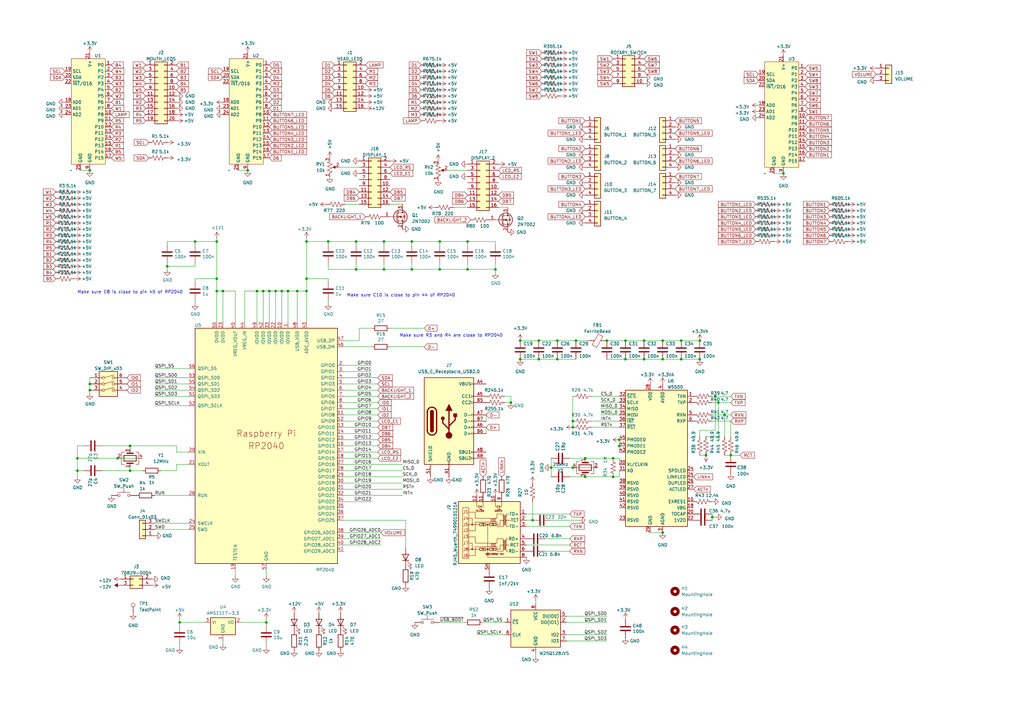
<source format=kicad_sch>
(kicad_sch (version 20230121) (generator eeschema)
  (paper "A3")
  (junction (at 88.9 119.38))
  (junction (at 180.34 99.06))
  (junction (at 299.72 186.69))
  (junction (at 31.75 193.04))
  (junction (at 218.44 213.36))
  (junction (at 289.56 186.69))
  (junction (at 53.34 193.04))
  (junction (at 168.91 110.49))
  (junction (at 191.77 110.49))
  (junction (at 226.06 191.77))
  (junction (at 234.95 172.72))
  (junction (at 279.4 147.32))
  (junction (at 88.9 99.06))
  (junction (at 271.78 147.32))
  (junction (at 36.83 160.02))
  (junction (at 256.54 147.32))
  (junction (at 234.95 191.77))
  (junction (at 236.22 139.7))
  (junction (at 146.05 110.49))
  (junction (at 203.2 110.49))
  (junction (at 107.95 119.38))
  (junction (at 234.95 175.26))
  (junction (at 287.02 147.32))
  (junction (at 321.31 71.12))
  (junction (at 91.44 119.38))
  (junction (at 157.48 99.06))
  (junction (at 228.6 147.32))
  (junction (at 73.66 255.27))
  (junction (at 279.4 139.7))
  (junction (at 294.64 165.1))
  (junction (at 36.83 69.85))
  (junction (at 113.03 119.38))
  (junction (at 264.16 139.7))
  (junction (at 168.91 99.06))
  (junction (at 53.34 182.88))
  (junction (at 146.05 99.06))
  (junction (at 251.46 187.96))
  (junction (at 80.01 99.06))
  (junction (at 254 182.88))
  (junction (at 125.73 114.3))
  (junction (at 180.34 110.49))
  (junction (at 209.55 165.1))
  (junction (at 228.6 139.7))
  (junction (at 271.78 139.7))
  (junction (at 287.02 139.7))
  (junction (at 68.58 109.22))
  (junction (at 248.92 139.7))
  (junction (at 121.92 119.38))
  (junction (at 240.03 187.96))
  (junction (at 110.49 119.38))
  (junction (at 297.18 170.18))
  (junction (at 256.54 139.7))
  (junction (at 271.78 218.44))
  (junction (at 220.98 139.7))
  (junction (at 240.03 195.58))
  (junction (at 213.36 147.32))
  (junction (at 191.77 99.06))
  (junction (at 105.41 119.38))
  (junction (at 125.73 119.38))
  (junction (at 31.75 187.96))
  (junction (at 292.1 212.09))
  (junction (at 109.22 255.27))
  (junction (at 264.16 147.32))
  (junction (at 220.98 147.32))
  (junction (at 293.37 162.56))
  (junction (at 36.83 157.48))
  (junction (at 251.46 195.58))
  (junction (at 134.62 99.06))
  (junction (at 157.48 110.49))
  (junction (at 48.26 187.96))
  (junction (at 88.9 114.3))
  (junction (at 118.11 119.38))
  (junction (at 115.57 119.38))
  (junction (at 101.6 69.85))
  (junction (at 125.73 99.06))
  (junction (at 254 180.34))
  (junction (at 213.36 139.7))
  (wire (pts (xy 180.34 99.06) (xy 191.77 99.06)))
  (wire (pts (xy 180.34 255.27) (xy 190.5 255.27)))
  (wire (pts (xy 146.05 110.49) (xy 134.62 110.49)))
  (wire (pts (xy 88.9 119.38) (xy 88.9 132.08)))
  (wire (pts (xy 80.01 99.06) (xy 88.9 99.06)))
  (wire (pts (xy 41.91 182.88) (xy 53.34 182.88)))
  (wire (pts (xy 96.52 132.08) (xy 96.52 119.38)))
  (wire (pts (xy 134.62 115.57) (xy 134.62 114.3)))
  (wire (pts (xy 80.01 100.33) (xy 80.01 99.06)))
  (wire (pts (xy 240.03 195.58) (xy 233.68 195.58)))
  (wire (pts (xy 140.97 203.2) (xy 165.1 203.2)))
  (wire (pts (xy 140.97 170.18) (xy 154.94 170.18)))
  (wire (pts (xy 292.1 172.72) (xy 299.72 172.72)))
  (wire (pts (xy 219.71 246.38) (xy 219.71 247.65)))
  (wire (pts (xy 134.62 107.95) (xy 134.62 110.49)))
  (wire (pts (xy 240.03 187.96) (xy 233.68 187.96)))
  (wire (pts (xy 125.73 99.06) (xy 125.73 114.3)))
  (wire (pts (xy 63.5 154.94) (xy 77.47 154.94)))
  (wire (pts (xy 72.39 185.42) (xy 77.47 185.42)))
  (wire (pts (xy 166.37 213.36) (xy 166.37 224.79)))
  (wire (pts (xy 242.57 162.56) (xy 254 162.56)))
  (wire (pts (xy 287.02 139.7) (xy 279.4 139.7)))
  (wire (pts (xy 125.73 114.3) (xy 125.73 119.38)))
  (wire (pts (xy 220.98 147.32) (xy 228.6 147.32)))
  (wire (pts (xy 232.41 252.73) (xy 248.92 252.73)))
  (wire (pts (xy 80.01 123.19) (xy 80.01 124.46)))
  (wire (pts (xy 287.02 186.69) (xy 289.56 186.69)))
  (wire (pts (xy 299.72 165.1) (xy 294.64 165.1)))
  (wire (pts (xy 226.06 195.58) (xy 226.06 191.77)))
  (wire (pts (xy 140.97 160.02) (xy 154.94 160.02)))
  (wire (pts (xy 233.68 210.82) (xy 215.9 210.82)))
  (wire (pts (xy 191.77 99.06) (xy 203.2 99.06)))
  (wire (pts (xy 209.55 162.56) (xy 207.01 162.56)))
  (wire (pts (xy 140.97 172.72) (xy 154.94 172.72)))
  (wire (pts (xy 292.1 170.18) (xy 297.18 170.18)))
  (wire (pts (xy 292.1 212.09) (xy 292.1 213.36)))
  (wire (pts (xy 213.36 139.7) (xy 220.98 139.7)))
  (wire (pts (xy 80.01 109.22) (xy 80.01 107.95)))
  (wire (pts (xy 140.97 190.5) (xy 165.1 190.5)))
  (wire (pts (xy 234.95 191.77) (xy 226.06 191.77)))
  (wire (pts (xy 77.47 214.63) (xy 63.5 214.63)))
  (wire (pts (xy 207.01 165.1) (xy 209.55 165.1)))
  (wire (pts (xy 245.11 191.77) (xy 234.95 191.77)))
  (wire (pts (xy 254 182.88) (xy 254 185.42)))
  (wire (pts (xy 121.92 132.08) (xy 121.92 119.38)))
  (wire (pts (xy 168.91 110.49) (xy 157.48 110.49)))
  (wire (pts (xy 297.18 186.69) (xy 299.72 186.69)))
  (wire (pts (xy 77.47 190.5) (xy 72.39 190.5)))
  (wire (pts (xy 66.04 193.04) (xy 72.39 193.04)))
  (wire (pts (xy 199.39 175.26) (xy 199.39 177.8)))
  (wire (pts (xy 204.47 85.09) (xy 208.28 85.09)))
  (wire (pts (xy 266.7 218.44) (xy 271.78 218.44)))
  (wire (pts (xy 191.77 110.49) (xy 180.34 110.49)))
  (wire (pts (xy 234.95 162.56) (xy 234.95 172.72)))
  (wire (pts (xy 141.605 83.82) (xy 147.32 83.82)))
  (wire (pts (xy 180.34 110.49) (xy 168.91 110.49)))
  (wire (pts (xy 254 190.5) (xy 254 187.96)))
  (wire (pts (xy 140.97 220.98) (xy 156.21 220.98)))
  (wire (pts (xy 140.97 157.48) (xy 154.94 157.48)))
  (wire (pts (xy 147.32 134.62) (xy 147.32 139.7)))
  (wire (pts (xy 109.22 256.54) (xy 109.22 255.27)))
  (wire (pts (xy 218.44 213.36) (xy 215.9 213.36)))
  (wire (pts (xy 140.97 213.36) (xy 166.37 213.36)))
  (wire (pts (xy 146.05 107.95) (xy 146.05 110.49)))
  (wire (pts (xy 109.22 264.16) (xy 109.22 265.43)))
  (wire (pts (xy 31.75 187.96) (xy 31.75 193.04)))
  (wire (pts (xy 140.97 187.96) (xy 154.94 187.96)))
  (wire (pts (xy 140.97 162.56) (xy 154.94 162.56)))
  (wire (pts (xy 88.9 97.79) (xy 88.9 99.06)))
  (wire (pts (xy 233.68 220.98) (xy 223.52 220.98)))
  (wire (pts (xy 292.1 210.82) (xy 292.1 212.09)))
  (wire (pts (xy 157.48 107.95) (xy 157.48 110.49)))
  (wire (pts (xy 251.46 195.58) (xy 254 195.58)))
  (wire (pts (xy 99.06 255.27) (xy 109.22 255.27)))
  (wire (pts (xy 160.02 83.82) (xy 165.1 83.82)))
  (wire (pts (xy 31.75 193.04) (xy 31.75 195.58)))
  (wire (pts (xy 36.83 157.48) (xy 36.83 160.02)))
  (wire (pts (xy 256.54 147.32) (xy 264.16 147.32)))
  (wire (pts (xy 105.41 132.08) (xy 105.41 119.38)))
  (wire (pts (xy 134.62 100.33) (xy 134.62 99.06)))
  (wire (pts (xy 271.78 147.32) (xy 279.4 147.32)))
  (wire (pts (xy 140.97 200.66) (xy 165.1 200.66)))
  (wire (pts (xy 293.37 176.53) (xy 293.37 162.56)))
  (wire (pts (xy 195.58 260.35) (xy 207.01 260.35)))
  (wire (pts (xy 53.34 182.88) (xy 72.39 182.88)))
  (wire (pts (xy 73.66 256.54) (xy 73.66 255.27)))
  (wire (pts (xy 140.97 198.12) (xy 165.1 198.12)))
  (wire (pts (xy 228.6 139.7) (xy 236.22 139.7)))
  (wire (pts (xy 191.77 107.95) (xy 191.77 110.49)))
  (wire (pts (xy 242.57 172.72) (xy 254 172.72)))
  (wire (pts (xy 140.97 205.74) (xy 152.4 205.74)))
  (wire (pts (xy 109.22 255.27) (xy 109.22 254)))
  (wire (pts (xy 299.72 186.69) (xy 303.53 186.69)))
  (wire (pts (xy 140.97 195.58) (xy 165.1 195.58)))
  (wire (pts (xy 180.34 107.95) (xy 180.34 110.49)))
  (wire (pts (xy 53.34 191.77) (xy 53.34 193.04)))
  (wire (pts (xy 251.46 187.96) (xy 254 187.96)))
  (wire (pts (xy 220.98 139.7) (xy 228.6 139.7)))
  (wire (pts (xy 140.97 152.4) (xy 152.4 152.4)))
  (wire (pts (xy 140.97 167.64) (xy 154.94 167.64)))
  (wire (pts (xy 109.22 233.68) (xy 109.22 236.22)))
  (wire (pts (xy 246.38 170.18) (xy 254 170.18)))
  (wire (pts (xy 88.9 99.06) (xy 88.9 114.3)))
  (wire (pts (xy 36.83 154.94) (xy 36.83 157.48)))
  (wire (pts (xy 228.6 147.32) (xy 236.22 147.32)))
  (wire (pts (xy 289.56 179.07) (xy 294.64 179.07)))
  (wire (pts (xy 105.41 119.38) (xy 107.95 119.38)))
  (wire (pts (xy 191.77 110.49) (xy 203.2 110.49)))
  (wire (pts (xy 240.03 187.96) (xy 251.46 187.96)))
  (wire (pts (xy 140.97 154.94) (xy 154.94 154.94)))
  (wire (pts (xy 80.01 114.3) (xy 88.9 114.3)))
  (wire (pts (xy 63.5 160.02) (xy 77.47 160.02)))
  (wire (pts (xy 279.4 139.7) (xy 271.78 139.7)))
  (wire (pts (xy 121.92 119.38) (xy 125.73 119.38)))
  (wire (pts (xy 232.41 260.35) (xy 248.92 260.35)))
  (wire (pts (xy 125.73 119.38) (xy 125.73 132.08)))
  (wire (pts (xy 254 193.04) (xy 254 195.58)))
  (wire (pts (xy 233.68 223.52) (xy 215.9 223.52)))
  (wire (pts (xy 73.66 264.16) (xy 73.66 265.43)))
  (wire (pts (xy 160.02 134.62) (xy 173.99 134.62)))
  (wire (pts (xy 91.44 119.38) (xy 88.9 119.38)))
  (wire (pts (xy 68.58 100.33) (xy 68.58 99.06)))
  (wire (pts (xy 72.39 190.5) (xy 72.39 193.04)))
  (wire (pts (xy 157.48 100.33) (xy 157.48 99.06)))
  (wire (pts (xy 199.39 170.18) (xy 199.39 172.72)))
  (wire (pts (xy 113.03 132.08) (xy 113.03 119.38)))
  (wire (pts (xy 118.11 119.38) (xy 121.92 119.38)))
  (wire (pts (xy 31.75 187.96) (xy 48.26 187.96)))
  (wire (pts (xy 41.91 193.04) (xy 53.34 193.04)))
  (wire (pts (xy 203.2 107.95) (xy 203.2 110.49)))
  (wire (pts (xy 77.47 217.17) (xy 63.5 217.17)))
  (wire (pts (xy 110.49 119.38) (xy 113.03 119.38)))
  (wire (pts (xy 134.62 99.06) (xy 146.05 99.06)))
  (wire (pts (xy 36.83 161.29) (xy 36.83 160.02)))
  (wire (pts (xy 77.47 151.13) (xy 63.5 151.13)))
  (wire (pts (xy 125.73 97.79) (xy 125.73 99.06)))
  (wire (pts (xy 33.02 69.85) (xy 36.83 69.85)))
  (wire (pts (xy 140.97 139.7) (xy 147.32 139.7)))
  (wire (pts (xy 72.39 185.42) (xy 72.39 182.88)))
  (wire (pts (xy 63.5 157.48) (xy 77.47 157.48)))
  (wire (pts (xy 264.16 147.32) (xy 271.78 147.32)))
  (wire (pts (xy 279.4 147.32) (xy 287.02 147.32)))
  (wire (pts (xy 147.32 134.62) (xy 152.4 134.62)))
  (wire (pts (xy 68.58 109.22) (xy 68.58 110.49)))
  (wire (pts (xy 256.54 139.7) (xy 248.92 139.7)))
  (wire (pts (xy 157.48 110.49) (xy 146.05 110.49)))
  (wire (pts (xy 115.57 132.08) (xy 115.57 119.38)))
  (wire (pts (xy 80.01 115.57) (xy 80.01 114.3)))
  (wire (pts (xy 134.62 123.19) (xy 134.62 124.46)))
  (wire (pts (xy 240.03 195.58) (xy 251.46 195.58)))
  (wire (pts (xy 191.77 100.33) (xy 191.77 99.06)))
  (wire (pts (xy 213.36 147.32) (xy 220.98 147.32)))
  (wire (pts (xy 254 180.34) (xy 254 182.88)))
  (wire (pts (xy 293.37 162.56) (xy 292.1 162.56)))
  (wire (pts (xy 53.34 193.04) (xy 58.42 193.04)))
  (wire (pts (xy 287.02 179.07) (xy 287.02 176.53)))
  (wire (pts (xy 271.78 139.7) (xy 264.16 139.7)))
  (wire (pts (xy 234.95 172.72) (xy 234.95 175.26)))
  (wire (pts (xy 115.57 119.38) (xy 118.11 119.38)))
  (wire (pts (xy 140.97 142.24) (xy 152.4 142.24)))
  (wire (pts (xy 140.97 165.1) (xy 154.94 165.1)))
  (wire (pts (xy 299.72 170.18) (xy 297.18 170.18)))
  (wire (pts (xy 34.29 182.88) (xy 31.75 182.88)))
  (wire (pts (xy 209.55 162.56) (xy 209.55 165.1)))
  (wire (pts (xy 299.72 162.56) (xy 293.37 162.56)))
  (wire (pts (xy 73.66 254) (xy 73.66 255.27)))
  (wire (pts (xy 140.97 223.52) (xy 156.21 223.52)))
  (wire (pts (xy 63.5 162.56) (xy 77.47 162.56)))
  (wire (pts (xy 160.02 142.24) (xy 173.99 142.24)))
  (wire (pts (xy 292.1 212.09) (xy 293.37 212.09)))
  (wire (pts (xy 91.44 132.08) (xy 91.44 119.38)))
  (wire (pts (xy 146.05 100.33) (xy 146.05 99.06)))
  (wire (pts (xy 77.47 166.37) (xy 63.5 166.37)))
  (wire (pts (xy 48.26 187.96) (xy 58.42 187.96)))
  (wire (pts (xy 77.47 203.2) (xy 63.5 203.2)))
  (wire (pts (xy 218.44 205.74) (xy 218.44 213.36)))
  (wire (pts (xy 237.49 213.36) (xy 226.06 213.36)))
  (wire (pts (xy 140.97 149.86) (xy 152.4 149.86)))
  (wire (pts (xy 183.515 69.85) (xy 191.77 69.85)))
  (wire (pts (xy 140.97 185.42) (xy 154.94 185.42)))
  (wire (pts (xy 297.18 170.18) (xy 297.18 179.07)))
  (wire (pts (xy 287.02 176.53) (xy 293.37 176.53)))
  (wire (pts (xy 248.92 147.32) (xy 256.54 147.32)))
  (wire (pts (xy 83.82 255.27) (xy 73.66 255.27)))
  (wire (pts (xy 241.3 139.7) (xy 236.22 139.7)))
  (wire (pts (xy 68.58 99.06) (xy 80.01 99.06)))
  (wire (pts (xy 203.2 100.33) (xy 203.2 99.06)))
  (wire (pts (xy 140.97 175.26) (xy 154.94 175.26)))
  (wire (pts (xy 97.79 69.85) (xy 101.6 69.85)))
  (wire (pts (xy 118.11 119.38) (xy 118.11 132.08)))
  (wire (pts (xy 140.97 180.34) (xy 154.94 180.34)))
  (wire (pts (xy 226.06 191.77) (xy 226.06 187.96)))
  (wire (pts (xy 53.34 184.15) (xy 53.34 182.88)))
  (wire (pts (xy 317.5 71.12) (xy 321.31 71.12)))
  (wire (pts (xy 198.12 255.27) (xy 207.01 255.27)))
  (wire (pts (xy 107.95 132.08) (xy 107.95 119.38)))
  (wire (pts (xy 186.055 85.09) (xy 191.77 85.09)))
  (wire (pts (xy 125.73 114.3) (xy 134.62 114.3)))
  (wire (pts (xy 232.41 262.89) (xy 248.92 262.89)))
  (wire (pts (xy 294.64 165.1) (xy 292.1 165.1)))
  (wire (pts (xy 264.16 139.7) (xy 256.54 139.7)))
  (wire (pts (xy 168.91 107.95) (xy 168.91 110.49)))
  (wire (pts (xy 34.29 193.04) (xy 31.75 193.04)))
  (wire (pts (xy 113.03 119.38) (xy 115.57 119.38)))
  (wire (pts (xy 100.33 119.38) (xy 105.41 119.38)))
  (wire (pts (xy 139.065 68.58) (xy 147.32 68.58)))
  (wire (pts (xy 233.68 215.9) (xy 215.9 215.9)))
  (wire (pts (xy 168.91 99.06) (xy 180.34 99.06)))
  (wire (pts (xy 91.44 262.89) (xy 91.44 264.16)))
  (wire (pts (xy 96.52 119.38) (xy 91.44 119.38)))
  (wire (pts (xy 246.38 167.64) (xy 254 167.64)))
  (wire (pts (xy 232.41 255.27) (xy 248.92 255.27)))
  (wire (pts (xy 146.05 99.06) (xy 157.48 99.06)))
  (wire (pts (xy 157.48 99.06) (xy 168.91 99.06)))
  (wire (pts (xy 100.33 132.08) (xy 100.33 119.38)))
  (wire (pts (xy 242.57 175.26) (xy 254 175.26)))
  (wire (pts (xy 110.49 132.08) (xy 110.49 119.38)))
  (wire (pts (xy 299.72 172.72) (xy 299.72 179.07)))
  (wire (pts (xy 219.71 267.97) (xy 219.71 269.24)))
  (wire (pts (xy 246.38 165.1) (xy 254 165.1)))
  (wire (pts (xy 68.58 109.22) (xy 80.01 109.22)))
  (wire (pts (xy 203.2 110.49) (xy 203.2 111.76)))
  (wire (pts (xy 233.68 226.06) (xy 223.52 226.06)))
  (wire (pts (xy 125.73 99.06) (xy 134.62 99.06)))
  (wire (pts (xy 140.97 177.8) (xy 154.94 177.8)))
  (wire (pts (xy 31.75 182.88) (xy 31.75 187.96)))
  (wire (pts (xy 68.58 107.95) (xy 68.58 109.22)))
  (wire (pts (xy 140.97 182.88) (xy 154.94 182.88)))
  (wire (pts (xy 168.91 100.33) (xy 168.91 99.06)))
  (wire (pts (xy 140.97 218.44) (xy 156.21 218.44)))
  (wire (pts (xy 107.95 119.38) (xy 110.49 119.38)))
  (wire (pts (xy 96.52 233.68) (xy 96.52 236.22)))
  (wire (pts (xy 88.9 114.3) (xy 88.9 119.38)))
  (wire (pts (xy 140.97 193.04) (xy 165.1 193.04)))
  (wire (pts (xy 294.64 179.07) (xy 294.64 165.1)))
  (wire (pts (xy 180.34 100.33) (xy 180.34 99.06)))
  (text "Make sure R3 and R4 are close to RP2040" (at 163.83 138.43 0) (effects (font (size 1.27 1.27)) (justify left bottom)))
  (text "Make sure C10 is close to pin 44 of RP2040" (at 142.24 121.92 0) (effects (font (size 1.27 1.27)) (justify left bottom)))
  (text "Make sure C8 is close to pin 45 of RP2040" (at 31.75 120.65 0) (effects (font (size 1.27 1.27)) (justify left bottom)))
  (label "GPIO16" (at 152.4 190.5 180))
  (label "GPIO17" (at 152.4 193.04 180))
  (label "GPIO14" (at 152.4 185.42 180))
  (label "GPIO0" (at 152.4 149.86 180))
  (label "GPIO7" (at 152.4 167.64 180))
  (label "QSPI_SCLK" (at 63.5 166.37 0))
  (label "GPIO1" (at 152.4 152.4 180))
  (label "MOSI_0" (at 165.1 198.12 0))
  (label "QSPI_SD1" (at 63.5 157.48 0))
  (label "QSPI_SD2" (at 63.5 160.02 0))
  (label "GPIO18" (at 152.4 195.58 180))
  (label "CS_0" (at 246.38 162.56 0))
  (label "QSPI_SS" (at 63.5 151.13 0))
  (label "QSPI_SD0" (at 63.5 154.94 0))
  (label "GPIO15" (at 152.4 187.96 180))
  (label "SCK_0" (at 165.1 195.58 0))
  (label "QSPI_SD1" (at 248.92 255.27 180))
  (label "INTn" (at 246.38 172.72 0))
  (label "GPIO13" (at 152.4 182.88 180))
  (label "SCK_0" (at 246.38 165.1 0))
  (label "QSPI_SCLK" (at 195.58 260.35 0))
  (label "GPIO19" (at 152.4 198.12 180))
  (label "GPIO12" (at 152.4 180.34 180))
  (label "RUN" (at 63.5 203.2 0))
  (label "SWD" (at 63.5 217.17 0))
  (label "GPIO20" (at 152.4 200.66 180))
  (label "GPIO11" (at 152.4 177.8 180))
  (label "CS_0" (at 165.1 193.04 0))
  (label "GPIO4" (at 152.4 160.02 180))
  (label "QSPI_SD0" (at 248.92 252.73 180))
  (label "QSPI_SD2" (at 248.92 260.35 180))
  (label "GPIO28_ADC2" (at 156.21 223.52 180))
  (label "GPIO8" (at 152.4 170.18 180))
  (label "~{USB_BOOT}" (at 180.34 255.27 0))
  (label "RSTn" (at 246.38 175.26 0))
  (label "MISO_0" (at 165.1 190.5 0))
  (label "SWCLK" (at 63.5 214.63 0))
  (label "GPIO5" (at 152.4 162.56 180))
  (label "GPIO10" (at 152.4 175.26 180))
  (label "GPIO9" (at 152.4 172.72 180))
  (label "QSPI_SS" (at 198.12 255.27 0))
  (label "MISO_0" (at 246.38 167.64 0))
  (label "GPIO3" (at 152.4 157.48 180))
  (label "INTn" (at 165.1 203.2 0))
  (label "RSTn" (at 165.1 200.66 0))
  (label "QSPI_SD3" (at 63.5 162.56 0))
  (label "MOSI_0" (at 246.38 170.18 0))
  (label "GPIO22" (at 152.4 205.74 180))
  (label "GPIO27_ADC1" (at 156.21 220.98 180))
  (label "GPIO2" (at 152.4 154.94 180))
  (label "GPIO26_ADC0" (at 156.21 218.44 180))
  (label "QSPI_SD3" (at 248.92 262.89 180))
  (label "GPIO6" (at 152.4 165.1 180))
  (label "GPIO21" (at 152.4 203.2 180))
  (global_label "SW4" (shape input) (at 222.25 29.21 180) (property "Intersheetrefs" "${INTERSHEET_REFS}" (effects hide)))
  (global_label "TXP" (shape input) (at 233.68 210.82 0) (property "Intersheetrefs" "${INTERSHEET_REFS}" (effects hide)))
  (global_label "W4" (shape input) (at 59.69 34.29 180) (property "Intersheetrefs" "${INTERSHEET_REFS}" (effects hide)))
  (global_label "LCD_RS" (shape input) (at 154.94 185.42 0) (property "Intersheetrefs" "${INTERSHEET_REFS}" (effects hide)))
  (global_label "R2" (shape input) (at 45.72 57.15 0) (property "Intersheetrefs" "${INTERSHEET_REFS}" (effects hide)))
  (global_label "DB4" (shape input) (at 154.94 182.88 0) (property "Intersheetrefs" "${INTERSHEET_REFS}" (effects hide)))
  (global_label "BUTTON4_LED" (shape input) (at 309.88 91.44 180) (property "Intersheetrefs" "${INTERSHEET_REFS}" (effects hide)))
  (global_label "SW6" (shape input) (at 264.16 24.13 0) (property "Intersheetrefs" "${INTERSHEET_REFS}" (effects hide)))
  (global_label "SW2" (shape input) (at 330.2 40.64 0) (property "Intersheetrefs" "${INTERSHEET_REFS}" (effects hide)))
  (global_label "ACTn" (shape input) (at 198.12 195.58 90) (property "Intersheetrefs" "${INTERSHEET_REFS}" (effects hide)))
  (global_label "M2" (shape input) (at 149.86 31.75 0) (property "Intersheetrefs" "${INTERSHEET_REFS}" (effects hide)))
  (global_label "B2" (shape input) (at 22.86 106.68 180) (property "Intersheetrefs" "${INTERSHEET_REFS}" (effects hide)))
  (global_label "RCT" (shape input) (at 303.53 186.69 0) (property "Intersheetrefs" "${INTERSHEET_REFS}" (effects hide)))
  (global_label "B3" (shape input) (at 72.39 31.75 0) (property "Intersheetrefs" "${INTERSHEET_REFS}" (effects hide)))
  (global_label "B3" (shape input) (at 22.86 109.22 180) (property "Intersheetrefs" "${INTERSHEET_REFS}" (effects hide)))
  (global_label "W3" (shape input) (at 22.86 83.82 180) (property "Intersheetrefs" "${INTERSHEET_REFS}" (effects hide)))
  (global_label "SCL" (shape input) (at 154.94 157.48 0) (property "Intersheetrefs" "${INTERSHEET_REFS}" (effects hide)))
  (global_label "BUTTON3_LED" (shape input) (at 110.49 57.15 0) (property "Intersheetrefs" "${INTERSHEET_REFS}" (effects hide)))
  (global_label "RCT" (shape input) (at 233.68 223.52 0) (property "Intersheetrefs" "${INTERSHEET_REFS}" (effects hide)))
  (global_label "BUTTON7" (shape input) (at 340.36 99.06 180) (property "Intersheetrefs" "${INTERSHEET_REFS}" (effects hide)))
  (global_label "LCD_E1" (shape input) (at 160.02 71.12 0) (property "Intersheetrefs" "${INTERSHEET_REFS}" (effects hide)))
  (global_label "LCD_E2" (shape input) (at 204.47 72.39 0) (property "Intersheetrefs" "${INTERSHEET_REFS}" (effects hide)))
  (global_label "BUTTON6" (shape input) (at 276.86 60.96 0) (property "Intersheetrefs" "${INTERSHEET_REFS}" (effects hide)))
  (global_label "R4" (shape input) (at 59.69 46.99 180) (property "Intersheetrefs" "${INTERSHEET_REFS}" (effects hide)))
  (global_label "DB5" (shape input) (at 154.94 180.34 0) (property "Intersheetrefs" "${INTERSHEET_REFS}" (effects hide)))
  (global_label "BUTTON5" (shape input) (at 340.36 93.98 180) (property "Intersheetrefs" "${INTERSHEET_REFS}" (effects hide)))
  (global_label "W1" (shape input) (at 59.69 26.67 180) (property "Intersheetrefs" "${INTERSHEET_REFS}" (effects hide)))
  (global_label "SW1" (shape input) (at 330.2 45.72 0) (property "Intersheetrefs" "${INTERSHEET_REFS}" (effects hide)))
  (global_label "SW2" (shape input) (at 251.46 26.67 180) (property "Intersheetrefs" "${INTERSHEET_REFS}" (effects hide)))
  (global_label "DB7" (shape input) (at 160.02 81.28 0) (property "Intersheetrefs" "${INTERSHEET_REFS}" (effects hide)))
  (global_label "D5" (shape input) (at 110.49 26.67 0) (property "Intersheetrefs" "${INTERSHEET_REFS}" (effects hide)))
  (global_label "D+" (shape input) (at 199.39 175.26 0) (property "Intersheetrefs" "${INTERSHEET_REFS}" (effects hide)))
  (global_label "DB5" (shape input) (at 160.02 78.74 0) (property "Intersheetrefs" "${INTERSHEET_REFS}" (effects hide)))
  (global_label "D4" (shape input) (at 172.72 34.29 180) (property "Intersheetrefs" "${INTERSHEET_REFS}" (effects hide)))
  (global_label "BUTTON4_LED" (shape input) (at 110.49 54.61 0) (property "Intersheetrefs" "${INTERSHEET_REFS}" (effects hide)))
  (global_label "SDA" (shape input) (at 91.44 31.75 180) (property "Intersheetrefs" "${INTERSHEET_REFS}" (effects hide)))
  (global_label "BUTTON4" (shape input) (at 340.36 91.44 180) (property "Intersheetrefs" "${INTERSHEET_REFS}" (effects hide)))
  (global_label "SW6" (shape input) (at 222.25 34.29 180) (property "Intersheetrefs" "${INTERSHEET_REFS}" (effects hide)))
  (global_label "DB6" (shape input) (at 154.94 177.8 0) (property "Intersheetrefs" "${INTERSHEET_REFS}" (effects hide)))
  (global_label "RXN" (shape input) (at 233.68 226.06 0) (property "Intersheetrefs" "${INTERSHEET_REFS}" (effects hide)))
  (global_label "BUTTON4" (shape input) (at 240.03 83.82 180) (property "Intersheetrefs" "${INTERSHEET_REFS}" (effects hide)))
  (global_label "ID0" (shape input) (at 154.94 165.1 0) (property "Intersheetrefs" "${INTERSHEET_REFS}" (effects hide)))
  (global_label "W4" (shape input) (at 22.86 86.36 180) (property "Intersheetrefs" "${INTERSHEET_REFS}" (effects hide)))
  (global_label "D4" (shape input) (at 110.49 31.75 0) (property "Intersheetrefs" "${INTERSHEET_REFS}" (effects hide)))
  (global_label "SW1" (shape input) (at 222.25 21.59 180) (property "Intersheetrefs" "${INTERSHEET_REFS}" (effects hide)))
  (global_label "TXN" (shape input) (at 233.68 215.9 0) (property "Intersheetrefs" "${INTERSHEET_REFS}" (effects hide)))
  (global_label "W2" (shape input) (at 22.86 81.28 180) (property "Intersheetrefs" "${INTERSHEET_REFS}" (effects hide)))
  (global_label "LCD_E1" (shape input) (at 154.94 172.72 0) (property "Intersheetrefs" "${INTERSHEET_REFS}" (effects hide)))
  (global_label "R4" (shape input) (at 22.86 99.06 180) (property "Intersheetrefs" "${INTERSHEET_REFS}" (effects hide)))
  (global_label "TXP" (shape input) (at 299.72 165.1 0) (property "Intersheetrefs" "${INTERSHEET_REFS}" (effects hide)))
  (global_label "DB4" (shape input) (at 191.77 80.01 180) (property "Intersheetrefs" "${INTERSHEET_REFS}" (effects hide)))
  (global_label "SDA" (shape input) (at 60.96 64.77 180) (property "Intersheetrefs" "${INTERSHEET_REFS}" (effects hide)))
  (global_label "M2" (shape input) (at 172.72 44.45 180) (property "Intersheetrefs" "${INTERSHEET_REFS}" (effects hide)))
  (global_label "SW4" (shape input) (at 330.2 30.48 0) (property "Intersheetrefs" "${INTERSHEET_REFS}" (effects hide)))
  (global_label "BACKLIGHT_2" (shape input) (at 193.04 90.17 180) (property "Intersheetrefs" "${INTERSHEET_REFS}" (effects hide)))
  (global_label "B1" (shape input) (at 72.39 26.67 0) (property "Intersheetrefs" "${INTERSHEET_REFS}" (effects hide)))
  (global_label "R2" (shape input) (at 59.69 41.91 180) (property "Intersheetrefs" "${INTERSHEET_REFS}" (effects hide)))
  (global_label "BUTTON5" (shape input) (at 276.86 49.53 0) (property "Intersheetrefs" "${INTERSHEET_REFS}" (effects hide)))
  (global_label "W5" (shape input) (at 45.72 64.77 0) (property "Intersheetrefs" "${INTERSHEET_REFS}" (effects hide)))
  (global_label "B1" (shape input) (at 45.72 41.91 0) (property "Intersheetrefs" "${INTERSHEET_REFS}" (effects hide)))
  (global_label "BUTTON5_LED" (shape input) (at 276.86 54.61 0) (property "Intersheetrefs" "${INTERSHEET_REFS}" (effects hide)))
  (global_label "M3" (shape input) (at 110.49 29.21 0) (property "Intersheetrefs" "${INTERSHEET_REFS}" (effects hide)))
  (global_label "LAMP" (shape input) (at 149.86 26.67 0) (property "Intersheetrefs" "${INTERSHEET_REFS}" (effects hide)))
  (global_label "B4" (shape input) (at 45.72 26.67 0) (property "Intersheetrefs" "${INTERSHEET_REFS}" (effects hide)))
  (global_label "DB6" (shape input) (at 191.77 82.55 180) (property "Intersheetrefs" "${INTERSHEET_REFS}" (effects hide)))
  (global_label "R1" (shape input) (at 59.69 39.37 180) (property "Intersheetrefs" "${INTERSHEET_REFS}" (effects hide)))
  (global_label "W1" (shape input) (at 22.86 78.74 180) (property "Intersheetrefs" "${INTERSHEET_REFS}" (effects hide)))
  (global_label "BUTTON2" (shape input) (at 240.03 60.96 180) (property "Intersheetrefs" "${INTERSHEET_REFS}" (effects hide)))
  (global_label "R5" (shape input) (at 45.72 49.53 0) (property "Intersheetrefs" "${INTERSHEET_REFS}" (effects hide)))
  (global_label "SW6" (shape input) (at 330.2 43.18 0) (property "Intersheetrefs" "${INTERSHEET_REFS}" (effects hide)))
  (global_label "BUTTON1" (shape input) (at 330.2 63.5 0) (property "Intersheetrefs" "${INTERSHEET_REFS}" (effects hide)))
  (global_label "SW2" (shape input) (at 222.25 24.13 180) (property "Intersheetrefs" "${INTERSHEET_REFS}" (effects hide)))
  (global_label "R5" (shape input) (at 59.69 49.53 180) (property "Intersheetrefs" "${INTERSHEET_REFS}" (effects hide)))
  (global_label "D3" (shape input) (at 172.72 31.75 180) (property "Intersheetrefs" "${INTERSHEET_REFS}" (effects hide)))
  (global_label "LAMP" (shape input) (at 45.72 46.99 0) (property "Intersheetrefs" "${INTERSHEET_REFS}" (effects hide)))
  (global_label "M3" (shape input) (at 172.72 46.99 180) (property "Intersheetrefs" "${INTERSHEET_REFS}" (effects hide)))
  (global_label "BACKLIGHT_1" (shape input) (at 149.86 88.9 180) (property "Intersheetrefs" "${INTERSHEET_REFS}" (effects hide)))
  (global_label "SW1" (shape input) (at 251.46 24.13 180) (property "Intersheetrefs" "${INTERSHEET_REFS}" (effects hide)))
  (global_label "M2" (shape input) (at 110.49 34.29 0) (property "Intersheetrefs" "${INTERSHEET_REFS}" (effects hide)))
  (global_label "SDA" (shape input) (at 311.15 33.02 180) (property "Intersheetrefs" "${INTERSHEET_REFS}" (effects hide)))
  (global_label "SCL" (shape input) (at 91.44 29.21 180) (property "Intersheetrefs" "${INTERSHEET_REFS}" (effects hide)))
  (global_label "BUTTON1_LED" (shape input) (at 240.03 54.61 180) (property "Intersheetrefs" "${INTERSHEET_REFS}" (effects hide)))
  (global_label "W5" (shape input) (at 22.86 88.9 180) (property "Intersheetrefs" "${INTERSHEET_REFS}" (effects hide)))
  (global_label "RXN" (shape input) (at 299.72 170.18 0) (property "Intersheetrefs" "${INTERSHEET_REFS}" (effects hide)))
  (global_label "BUTTON3_LED" (shape input) (at 240.03 77.47 180) (property "Intersheetrefs" "${INTERSHEET_REFS}" (effects hide)))
  (global_label "R5" (shape input) (at 22.86 101.6 180) (property "Intersheetrefs" "${INTERSHEET_REFS}" (effects hide)))
  (global_label "D3" (shape input) (at 137.16 31.75 180) (property "Intersheetrefs" "${INTERSHEET_REFS}" (effects hide)))
  (global_label "LCD_E2" (shape input) (at 154.94 187.96 0) (property "Intersheetrefs" "${INTERSHEET_REFS}" (effects hide)))
  (global_label "D-" (shape input) (at 173.99 142.24 0) (property "Intersheetrefs" "${INTERSHEET_REFS}" (effects hide)))
  (global_label "R2" (shape input) (at 22.86 93.98 180) (property "Intersheetrefs" "${INTERSHEET_REFS}" (effects hide)))
  (global_label "DB6" (shape input) (at 147.32 81.28 180) (property "Intersheetrefs" "${INTERSHEET_REFS}" (effects hide)))
  (global_label "BUTTON4_LED" (shape input) (at 240.03 88.9 180) (property "Intersheetrefs" "${INTERSHEET_REFS}" (effects hide)))
  (global_label "M1" (shape input) (at 149.86 29.21 0) (property "Intersheetrefs" "${INTERSHEET_REFS}" (effects hide)))
  (global_label "BUTTON3" (shape input) (at 340.36 88.9 180) (property "Intersheetrefs" "${INTERSHEET_REFS}" (effects hide)))
  (global_label "RXP" (shape input) (at 299.72 172.72 0) (property "Intersheetrefs" "${INTERSHEET_REFS}" (effects hide)))
  (global_label "ID1" (shape input) (at 154.94 167.64 0) (property "Intersheetrefs" "${INTERSHEET_REFS}" (effects hide)))
  (global_label "RXP" (shape input) (at 233.68 220.98 0) (property "Intersheetrefs" "${INTERSHEET_REFS}" (effects hide)))
  (global_label "B3" (shape input) (at 45.72 31.75 0) (property "Intersheetrefs" "${INTERSHEET_REFS}" (effects hide)))
  (global_label "SW3" (shape input) (at 222.25 26.67 180) (property "Intersheetrefs" "${INTERSHEET_REFS}" (effects hide)))
  (global_label "SW3" (shape input) (at 251.46 29.21 180) (property "Intersheetrefs" "${INTERSHEET_REFS}" (effects hide)))
  (global_label "VOLUME" (shape input) (at 359.41 30.48 180) (property "Intersheetrefs" "${INTERSHEET_REFS}" (effects hide)))
  (global_label "ID2" (shape input) (at 154.94 170.18 0) (property "Intersheetrefs" "${INTERSHEET_REFS}" (effects hide)))
  (global_label "W5" (shape input) (at 59.69 36.83 180) (property "Intersheetrefs" "${INTERSHEET_REFS}" (effects hide)))
  (global_label "SCL" (shape input) (at 311.15 30.48 180) (property "Intersheetrefs" "${INTERSHEET_REFS}" (effects hide)))
  (global_label "BUTTON7" (shape input) (at 330.2 48.26 0) (property "Intersheetrefs" "${INTERSHEET_REFS}" (effects hide)))
  (global_label "R1" (shape input) (at 22.86 91.44 180) (property "Intersheetrefs" "${INTERSHEET_REFS}" (effects hide)))
  (global_label "BUTTON5_LED" (shape input) (at 309.88 93.98 180) (property "Intersheetrefs" "${INTERSHEET_REFS}" (effects hide)))
  (global_label "D5" (shape input) (at 172.72 36.83 180) (property "Intersheetrefs" "${INTERSHEET_REFS}" (effects hide)))
  (global_label "ID2" (shape input) (at 52.07 160.02 0) (property "Intersheetrefs" "${INTERSHEET_REFS}" (effects hide)))
  (global_label "B1" (shape input) (at 22.86 104.14 180) (property "Intersheetrefs" "${INTERSHEET_REFS}" (effects hide)))
  (global_label "W2" (shape input) (at 59.69 29.21 180) (property "Intersheetrefs" "${INTERSHEET_REFS}" (effects hide)))
  (global_label "SW3" (shape input) (at 330.2 35.56 0) (property "Intersheetrefs" "${INTERSHEET_REFS}" (effects hide)))
  (global_label "BUTTON3" (shape input) (at 330.2 58.42 0) (property "Intersheetrefs" "${INTERSHEET_REFS}" (effects hide)))
  (global_label "BUTTON4" (shape input) (at 330.2 55.88 0) (property "Intersheetrefs" "${INTERSHEET_REFS}" (effects hide)))
  (global_label "DB4" (shape input) (at 147.32 78.74 180) (property "Intersheetrefs" "${INTERSHEET_REFS}" (effects hide)))
  (global_label "BUTTON3" (shape input) (at 240.03 72.39 180) (property "Intersheetrefs" "${INTERSHEET_REFS}" (effects hide)))
  (global_label "D+" (shape input) (at 173.99 134.62 0) (property "Intersheetrefs" "${INTERSHEET_REFS}" (effects hide)))
  (global_label "ACTn" (shape input) (at 284.48 200.66 0) (property "Intersheetrefs" "${INTERSHEET_REFS}" (effects hide)))
  (global_label "SW5" (shape input) (at 222.25 31.75 180) (property "Intersheetrefs" "${INTERSHEET_REFS}" (effects hide)))
  (global_label "ID0" (shape input) (at 52.07 154.94 0) (property "Intersheetrefs" "${INTERSHEET_REFS}" (effects hide)))
  (global_label "W3" (shape input) (at 45.72 34.29 0) (property "Intersheetrefs" "${INTERSHEET_REFS}" (effects hide)))
  (global_label "SW7" (shape input) (at 264.16 26.67 0) (property "Intersheetrefs" "${INTERSHEET_REFS}" (effects hide)))
  (global_label "BUTTON1" (shape input) (at 340.36 83.82 180) (property "Intersheetrefs" "${INTERSHEET_REFS}" (effects hide)))
  (global_label "D1" (shape input) (at 172.72 26.67 180) (property "Intersheetrefs" "${INTERSHEET_REFS}" (effects hide)))
  (global_label "BUTTON6_LED" (shape input) (at 309.88 96.52 180) (property "Intersheetrefs" "${INTERSHEET_REFS}" (effects hide)))
  (global_label "SW7" (shape input) (at 222.25 36.83 180) (property "Intersheetrefs" "${INTERSHEET_REFS}" (effects hide)))
  (global_label "D3" (shape input) (at 110.49 36.83 0) (property "Intersheetrefs" "${INTERSHEET_REFS}" (effects hide)))
  (global_label "D4" (shape input) (at 137.16 34.29 180) (property "Intersheetrefs" "${INTERSHEET_REFS}" (effects hide)))
  (global_label "B5" (shape input) (at 22.86 114.3 180) (property "Intersheetrefs" "${INTERSHEET_REFS}" (effects hide)))
  (global_label "BUTTON1" (shape input) (at 240.03 49.53 180) (property "Intersheetrefs" "${INTERSHEET_REFS}" (effects hide)))
  (global_label "BUTTON3_LED" (shape input) (at 309.88 88.9 180) (property "Intersheetrefs" "${INTERSHEET_REFS}" (effects hide)))
  (global_label "LINKn" (shape input) (at 284.48 195.58 0) (property "Intersheetrefs" "${INTERSHEET_REFS}" (effects hide)))
  (global_label "R4" (shape input) (at 45.72 52.07 0) (property "Intersheetrefs" "${INTERSHEET_REFS}" (effects hide)))
  (global_label "BUTTON5_LED" (shape input) (at 110.49 52.07 0) (property "Intersheetrefs" "${INTERSHEET_REFS}" (effects hide)))
  (global_label "BUTTON7_LED" (shape input) (at 110.49 46.99 0) (property "Intersheetrefs" "${INTERSHEET_REFS}" (effects hide)))
  (global_label "BACKLIGHT_2" (shape input) (at 154.94 162.56 0) (property "Intersheetrefs" "${INTERSHEET_REFS}" (effects hide)))
  (global_label "B2" (shape input) (at 72.39 29.21 0) (property "Intersheetrefs" "${INTERSHEET_REFS}" (effects hide)))
  (global_label "SDA" (shape input) (at 26.67 31.75 180) (property "Intersheetrefs" "${INTERSHEET_REFS}" (effects hide)))
  (global_label "ID1" (shape input) (at 52.07 157.48 0) (property "Intersheetrefs" "${INTERSHEET_REFS}" (effects hide)))
  (global_label "D6" (shape input) (at 137.16 39.37 180) (property "Intersheetrefs" "${INTERSHEET_REFS}" (effects hide)))
  (global_label "B5" (shape input) (at 45.72 62.23 0) (property "Intersheetrefs" "${INTERSHEET_REFS}" (effects hide)))
  (global_label "SW8" (shape input) (at 264.16 29.21 0) (property "Intersheetrefs" "${INTERSHEET_REFS}" (effects hide)))
  (global_label "SW8" (shape input) (at 222.25 39.37 180) (property "Intersheetrefs" "${INTERSHEET_REFS}" (effects hide)))
  (global_label "SW5" (shape input) (at 251.46 34.29 180) (property "Intersheetrefs" "${INTERSHEET_REFS}" (effects hide)))
  (global_label "BUTTON2_LED" (shape input) (at 309.88 86.36 180) (property "Intersheetrefs" "${INTERSHEET_REFS}" (effects hide)))
  (global_label "SW8" (shape input) (at 330.2 33.02 0) (property "Intersheetrefs" "${INTERSHEET_REFS}" (effects hide)))
  (global_label "LCD_RS" (shape input) (at 160.02 68.58 0) (property "Intersheetrefs" "${INTERSHEET_REFS}" (effects hide)))
  (global_label "BUTTON6_LED" (shape input) (at 110.49 49.53 0) (property "Intersheetrefs" "${INTERSHEET_REFS}" (effects hide)))
  (global_label "D1" (shape input) (at 137.16 26.67 180) (property "Intersheetrefs" "${INTERSHEET_REFS}" (effects hide)))
  (global_label "DB7" (shape input) (at 154.94 175.26 0) (property "Intersheetrefs" "${INTERSHEET_REFS}" (effects hide)))
  (global_label "D6" (shape input) (at 172.72 39.37 180) (property "Intersheetrefs" "${INTERSHEET_REFS}" (effects hide)))
  (global_label "W4" (shape input) (at 45.72 29.21 0) (property "Intersheetrefs" "${INTERSHEET_REFS}" (effects hide)))
  (global_label "D2" (shape input) (at 137.16 29.21 180) (property "Intersheetrefs" "${INTERSHEET_REFS}" (effects hide)))
  (global_label "SW7" (shape input) (at 330.2 38.1 0) (property "Intersheetrefs" "${INTERSHEET_REFS}" (effects hide)))
  (global_label "SW4" (shape input) (at 251.46 31.75 180) (property "Intersheetrefs" "${INTERSHEET_REFS}" (effects hide)))
  (global_label "BUTTON1_LED" (shape input) (at 309.88 83.82 180) (property "Intersheetrefs" "${INTERSHEET_REFS}" (effects hide)))
  (global_label "D2" (shape input) (at 110.49 41.91 0) (property "Intersheetrefs" "${INTERSHEET_REFS}" (effects hide)))
  (global_label "B5" (shape input) (at 72.39 36.83 0) (property "Intersheetrefs" "${INTERSHEET_REFS}" (effects hide)))
  (global_label "VOLUME" (shape input) (at 156.21 218.44 0) (property "Intersheetrefs" "${INTERSHEET_REFS}" (effects hide)))
  (global_label "D6" (shape input) (at 110.49 64.77 0) (property "Intersheetrefs" "${INTERSHEET_REFS}" (effects hide)))
  (global_label "SDA" (shape input) (at 154.94 154.94 0) (property "Intersheetrefs" "${INTERSHEET_REFS}" (effects hide)))
  (global_label "BUTTON6_LED" (shape input) (at 276.86 66.04 0) (property "Intersheetrefs" "${INTERSHEET_REFS}" (effects hide)))
  (global_label "BUTTON2" (shape input) (at 340.36 86.36 180) (property "Intersheetrefs" "${INTERSHEET_REFS}" (effects hide)))
  (global_label "W3" (shape input) (at 59.69 31.75 180) (property "Intersheetrefs" "${INTERSHEET_REFS}" (effects hide)))
  (global_label "BUTTON6" (shape input) (at 340.36 96.52 180) (property "Intersheetrefs" "${INTERSHEET_REFS}" (effects hide)))
  (global_label "BUTTON1_LED" (shape input) (at 110.49 62.23 0) (property "Intersheetrefs" "${INTERSHEET_REFS}" (effects hide)))
  (global_label "BUTTON7_LED" (shape input) (at 309.88 99.06 180) (property "Intersheetrefs" "${INTERSHEET_REFS}" (effects hide)))
  (global_label "W1" (shape input) (at 45.72 44.45 0) (property "Intersheetrefs" "${INTERSHEET_REFS}" (effects hide)))
  (global_label "R3" (shape input) (at 45.72 54.61 0) (property "Intersheetrefs" "${INTERSHEET_REFS}" (effects hide)))
  (global_label "DB7" (shape input) (at 204.47 82.55 0) (property "Intersheetrefs" "${INTERSHEET_REFS}" (effects hide)))
  (global_label "SCL" (shape input) (at 60.96 58.42 180) (property "Intersheetrefs" "${INTERSHEET_REFS}" (effects hide)))
  (global_label "M1" (shape input) (at 110.49 39.37 0) (property "Intersheetrefs" "${INTERSHEET_REFS}" (effects hide)))
  (global_label "BUTTON5" (shape input) (at 330.2 53.34 0) (property "Intersheetrefs" "${INTERSHEET_REFS}" (effects hide)))
  (global_label "R3" (shape input) (at 22.86 96.52 180) (property "Intersheetrefs" "${INTERSHEET_REFS}" (effects hide)))
  (global_label "BUTTON7" (shape input) (at 276.86 72.39 0) (property "Intersheetrefs" "${INTERSHEET_REFS}" (effects hide)))
  (global_label "B2" (shape input) (at 45.72 36.83 0) (property "Intersheetrefs" "${INTERSHEET_REFS}" (effects hide)))
  (global_label "M3" (shape input) (at 149.86 34.29 0) (property "Intersheetrefs" "${INTERSHEET_REFS}" (effects hide)))
  (global_label "LINKn" (shape input) (at 205.74 195.58 90) (property "Intersheetrefs" "${INTERSHEET_REFS}" (effects hide)))
  (global_label "BUTTON2" (shape input) (at 330.2 60.96 0) (property "Intersheetrefs" "${INTERSHEET_REFS}" (effects hide)))
  (global_label "BACKLIGHT_1" (shape input) (at 154.94 160.02 0) (property "Intersheetrefs" "${INTERSHEET_REFS}" (effects hide)))
  (global_label "W2" (shape input) (at 45.72 39.37 0) (property "Intersheetrefs" "${INTERSHEET_REFS}" (effects hide)))
  (global_label "BUTTON2_LED" (shape input) (at 240.03 66.04 180) (property "Intersheetrefs" "${INTERSHEET_REFS}" (effects hide)))
  (global_label "B4" (shape input) (at 22.86 111.76 180) (property "Intersheetrefs" "${INTERSHEET_REFS}" (effects hide)))
  (global_label "D2" (shape input) (at 172.72 29.21 180) (property "Intersheetrefs" "${INTERSHEET_REFS}" (effects hide)))
  (global_label "TXN" (shape input) (at 299.72 162.56 0) (property "Intersheetrefs" "${INTERSHEET_REFS}" (effects hide)))
  (global_label "LCD_RS" (shape input) (at 204.47 69.85 0) (property "Intersheetrefs" "${INTERSHEET_REFS}" (effects hide)))
  (global_label "SW5" (shape input) (at 330.2 27.94 0) (property "Intersheetrefs" "${INTERSHEET_REFS}" (effects hide)))
  (global_label "R3" (shape input) (at 59.69 44.45 180) (property "Intersheetrefs" "${INTERSHEET_REFS}" (effects hide)))
  (global_label "SCL" (shape input) (at 26.67 29.21 180) (property "Intersheetrefs" "${INTERSHEET_REFS}" (effects hide)))
  (global_label "D1" (shape input) (at 110.49 44.45 0) (property "Intersheetrefs" "${INTERSHEET_REFS}" (effects hide)))
  (global_label "BUTTON7_LED" (shape input) (at 276.86 77.47 0) (property "Intersheetrefs" "${INTERSHEET_REFS}" (effects hide)))
  (global_label "DB5" (shape input) (at 204.47 80.01 0) (property "Intersheetrefs" "${INTERSHEET_REFS}" (effects hide)))
  (global_label "BUTTON6" (shape input) (at 330.2 50.8 0) (property "Intersheetrefs" "${INTERSHEET_REFS}" (effects hide)))
  (global_label "LAMP" (shape input) (at 172.72 49.53 180) (property "Intersheetrefs" "${INTERSHEET_REFS}" (effects hide)))
  (global_label "BUTTON2_LED" (shape input) (at 110.49 59.69 0) (property "Intersheetrefs" "${INTERSHEET_REFS}" (effects hide)))
  (global_label "B4" (shape input) (at 72.39 34.29 0) (property "Intersheetrefs" "${INTERSHEET_REFS}" (effects hide)))
  (global_label "D-" (shape input) (at 199.39 170.18 0) (property "Intersheetrefs" "${INTERSHEET_REFS}" (effects hide)))
  (global_label "R1" (shape input) (at 45.72 59.69 0) (property "Intersheetrefs" "${INTERSHEET_REFS}" (effects hide)))
  (global_label "D5" (shape input) (at 137.16 36.83 180) (property "Intersheetrefs" "${INTERSHEET_REFS}" (effects hide)))
  (global_label "M1" (shape input) (at 172.72 41.91 180) (property "Intersheetrefs" "${INTERSHEET_REFS}" (effects hide)))
  (symbol (lib_id "power:+5V") (at 135.255 64.77 0) (unit 1)
    (property "Reference" "#PWR028" (effects hide))
    (property "Value" "+5V" (at 135.255 57.15 90) (effects (justify right)))
  )
  (symbol (lib_name "+5V_1") (lib_id "power:+5V") (at 130.81 251.46 0) (unit 1)
    (property "Reference" "#PWR052" (effects hide))
    (property "Value" "+5V" (at 130.81 247.65 0))
  )
  (symbol (lib_id "Device:C") (at 73.66 260.35 0) (unit 1)
    (property "Reference" "C6" (at 76.581 259.1816 0) (effects (justify left)))
    (property "Value" "10u" (at 76.581 261.493 0) (effects (justify left)))
    (property "Footprint" "Capacitor_SMD:C_0603_1608Metric" (effects hide))
  )
  (symbol (lib_id "Device:C") (at 288.29 210.82 90) (unit 1)
    (property "Reference" "C36" (at 294.64 209.55 90) (effects (justify left)))
    (property "Value" "4.7u" (at 299.72 209.55 90) (effects (justify left)))
    (property "Footprint" "Capacitor_SMD:C_0603_1608Metric" (effects hide))
  )
  (symbol (lib_id "Connector:RJ45_Wuerth_7499010121A") (at 200.66 218.44 0) (unit 1)
    (property "Reference" "J9" (at 184.15 207.01 90) (effects (justify right)))
    (property "Value" "RJ45_Wuerth_7499010121A" (at 186.69 205.74 90) (effects (justify right)))
    (property "Footprint" "Connector_RJ:RJ45_Wuerth_7499010121A_Horizontal" (effects hide))
    (property "Datasheet" "http://katalog.we-online.de/pbs/datasheet/7499010121A.pdf" (effects hide))
  )
  (symbol (lib_id "Device:C") (at 134.62 119.38 0) (unit 1)
    (property "Reference" "C11" (at 137.541 118.2116 0) (effects (justify left)))
    (property "Value" "1u" (at 137.541 120.523 0) (effects (justify left)))
    (property "Footprint" "Capacitor_SMD:C_0603_1608Metric" (effects hide))
  )
  (symbol (lib_id "power:GND") (at 256.54 261.62 0) (unit 1)
    (property "Reference" "#PWR0139" (effects hide))
    (property "Value" "GND" (at 260.35 262.89 0))
  )
  (symbol (lib_id "power:+3.3V") (at 213.36 139.7 0) (unit 1)
    (property "Reference" "#PWR069" (effects hide))
    (property "Value" "+3.3V" (at 213.36 134.62 0))
  )
  (symbol (lib_id "Device:R_US") (at 288.29 205.74 270) (mirror x) (unit 1)
    (property "Reference" "R43" (at 287.02 203.2 90))
    (property "Value" "12.4k" (at 292.1 203.2 90))
    (property "Footprint" "Resistor_SMD:R_0603_1608Metric" (effects hide))
  )
  (symbol (lib_id "Device:LED") (at 130.81 255.27 90) (unit 1)
    (property "Reference" "D4" (at 134.62 256.2225 90) (effects (justify right)))
    (property "Value" "LED" (at 134.62 258.7625 90) (effects (justify right)))
    (property "Footprint" "LED_SMD:LED_0603_1608Metric" (effects hide))
  )
  (symbol (lib_id "power:+5V") (at 229.87 31.75 270) (unit 1)
    (property "Reference" "#PWR0104" (effects hide))
    (property "Value" "+5V" (at 234.95 31.75 90))
  )
  (symbol (lib_id "power:+5V") (at 30.48 96.52 270) (unit 1)
    (property "Reference" "#PWR079" (effects hide))
    (property "Value" "+5V" (at 35.56 96.52 90))
  )
  (symbol (lib_id "Alex_Custom:MAX7313") (at 321.31 25.4 0) (unit 1)
    (property "Reference" "U3" (at 323.2659 24.13 0) (effects (justify left)))
    (property "Value" "~" (at 313.69 71.12 0))
    (property "Footprint" "Package_DFN_QFN:TQFN-24-1EP_4x4mm_P0.5mm_EP2.6x2.6mm_ThermalVias" (effects hide))
  )
  (symbol (lib_id "power:GND") (at 191.77 67.31 270) (unit 1)
    (property "Reference" "#PWR0161" (effects hide))
    (property "Value" "GND" (at 184.15 67.31 90) (effects (justify left)))
  )
  (symbol (lib_id "Device:FerriteBead") (at 245.11 139.7 90) (unit 1)
    (property "Reference" "FB1" (at 245.0592 133.35 90))
    (property "Value" "FerriteBead" (at 245.0592 135.89 90))
    (property "Footprint" "Inductor_SMD:L_0603_1608Metric" (effects hide))
  )
  (symbol (lib_id "power:GND") (at 215.9 228.6 0) (unit 1)
    (property "Reference" "#PWR071" (effects hide))
    (property "Value" "GND" (at 215.9 233.68 0))
  )
  (symbol (lib_id "Device:R_US") (at 226.06 36.83 90) (unit 1)
    (property "Reference" "R50" (at 224.79 34.29 90))
    (property "Value" "5.1k" (at 228.6 34.29 90))
    (property "Footprint" "Resistor_SMD:R_0603_1608Metric" (effects hide))
  )
  (symbol (lib_id "Device:C") (at 80.01 104.14 0) (unit 1)
    (property "Reference" "C7" (at 82.931 102.9716 0) (effects (justify left)))
    (property "Value" "100n" (at 82.931 105.283 0) (effects (justify left)))
    (property "Footprint" "Capacitor_SMD:C_0603_1608Metric" (effects hide))
  )
  (symbol (lib_id "Device:R_US") (at 288.29 162.56 90) (mirror x) (unit 1)
    (property "Reference" "R39" (at 293.37 161.29 90))
    (property "Value" "4.7" (at 297.18 161.29 90))
    (property "Footprint" "Resistor_SMD:R_0603_1608Metric" (effects hide))
  )
  (symbol (lib_id "PCM_4ms_Power-symbol:+12V") (at 120.65 251.46 0) (unit 1)
    (property "Reference" "#PWR049" (effects hide))
    (property "Value" "+12V" (at 118.11 247.65 0) (effects (justify left)))
  )
  (symbol (lib_id "Device:R") (at 194.31 255.27 270) (unit 1)
    (property "Reference" "R52" (at 194.31 250.0122 90))
    (property "Value" "1k" (at 194.31 252.3236 90))
    (property "Footprint" "Resistor_SMD:R_0603_1608Metric" (effects hide))
  )
  (symbol (lib_id "power:+5V") (at 180.34 34.29 270) (unit 1)
    (property "Reference" "#PWR0145" (effects hide))
    (property "Value" "+5V" (at 185.42 34.29 90))
  )
  (symbol (lib_id "Device:C") (at 38.1 193.04 270) (unit 1)
    (property "Reference" "C4" (at 39.2684 195.961 0) (effects (justify left)))
    (property "Value" "27p" (at 36.957 195.961 0) (effects (justify left)))
    (property "Footprint" "Capacitor_SMD:C_0603_1608Metric" (effects hide))
  )
  (symbol (lib_id "power:+5V") (at 317.5 96.52 270) (unit 1)
    (property "Reference" "#PWR0131" (effects hide))
    (property "Value" "+5V" (at 322.58 96.52 90))
  )
  (symbol (lib_id "power:+5V") (at 347.98 93.98 270) (unit 1)
    (property "Reference" "#PWR0137" (effects hide))
    (property "Value" "+5V" (at 353.06 93.98 90))
  )
  (symbol (lib_id "power:GND") (at 276.86 52.07 90) (unit 1)
    (property "Reference" "#PWR0119" (effects hide))
    (property "Value" "GND" (at 280.67 52.07 90) (effects (justify right)))
  )
  (symbol (lib_id "power:+3.3V") (at 139.7 251.46 0) (unit 1)
    (property "Reference" "#PWR056" (effects hide))
    (property "Value" "+3.3V" (at 135.89 247.65 0) (effects (justify left)))
  )
  (symbol (lib_id "power:+5V") (at 317.5 86.36 270) (unit 1)
    (property "Reference" "#PWR0127" (effects hide))
    (property "Value" "+5V" (at 322.58 86.36 90))
  )
  (symbol (lib_id "Device:C") (at 256.54 143.51 0) (unit 1)
    (property "Reference" "C31" (at 257.81 140.97 0) (effects (justify left)))
    (property "Value" "100n" (at 257.81 146.05 0) (effects (justify left)))
    (property "Footprint" "Capacitor_SMD:C_0603_1608Metric" (effects hide))
  )
  (symbol (lib_id "power:GND") (at 184.15 195.58 0) (unit 1)
    (property "Reference" "#PWR062" (effects hide))
    (property "Value" "GND" (at 185.42 196.85 0) (effects (justify left)))
  )
  (symbol (lib_id "Device:R_US") (at 64.77 64.77 90) (unit 1)
    (property "Reference" "R2" (at 63.5 62.23 90))
    (property "Value" "5.1k" (at 67.31 62.23 90))
    (property "Footprint" "Resistor_SMD:R_0603_1608Metric" (effects hide))
  )
  (symbol (lib_id "Device:C") (at 203.2 104.14 0) (unit 1)
    (property "Reference" "C18" (at 206.121 102.9716 0) (effects (justify left)))
    (property "Value" "100n" (at 206.121 105.283 0) (effects (justify left)))
    (property "Footprint" "Capacitor_SMD:C_0603_1608Metric" (effects hide))
  )
  (symbol (lib_id "power:GND") (at 109.22 265.43 0) (unit 1)
    (property "Reference" "#PWR048" (effects hide))
    (property "Value" "GND" (at 105.41 266.7 0))
  )
  (symbol (lib_id "Device:C") (at 191.77 104.14 0) (unit 1)
    (property "Reference" "C16" (at 194.691 102.9716 0) (effects (justify left)))
    (property "Value" "100n" (at 194.691 105.283 0) (effects (justify left)))
    (property "Footprint" "Capacitor_SMD:C_0603_1608Metric" (effects hide))
  )
  (symbol (lib_id "Device:R_US") (at 344.17 86.36 90) (unit 1)
    (property "Reference" "R61" (at 342.9 83.82 90))
    (property "Value" "5.1k" (at 346.71 83.82 90))
    (property "Footprint" "Resistor_SMD:R_0603_1608Metric" (effects hide))
  )
  (symbol (lib_id "Connector_Generic:Conn_02x08_Odd_Even") (at 142.24 34.29 0) (unit 1)
    (property "Reference" "J1" (at 143.51 21.59 0))
    (property "Value" "HEAD_LEDS" (at 143.51 24.13 0))
    (property "Footprint" "Connector_IDC:IDC-Header_2x08_P2.54mm_Vertical" (effects hide))
  )
  (symbol (lib_id "power:+5V") (at 72.39 49.53 270) (unit 1)
    (property "Reference" "#PWR017" (effects hide))
    (property "Value" "+5V" (at 77.47 49.53 90))
  )
  (symbol (lib_id "Device:R_US") (at 226.06 26.67 90) (unit 1)
    (property "Reference" "R37" (at 224.79 24.13 90))
    (property "Value" "5.1k" (at 228.6 24.13 90))
    (property "Footprint" "Resistor_SMD:R_0603_1608Metric" (effects hide))
  )
  (symbol (lib_id "Device:R_Potentiometer_US") (at 179.705 69.85 0) (mirror x) (unit 1)
    (property "Reference" "RV2" (at 177.8 68.5799 0) (effects (justify right)))
    (property "Value" "10k" (at 177.8 71.1199 0) (effects (justify right)))
    (property "Footprint" "Potentiometer_THT:Potentiometer_Bourns_3386P_Vertical" (effects hide))
  )
  (symbol (lib_id "Device:R_US") (at 313.69 86.36 90) (unit 1)
    (property "Reference" "R54" (at 312.42 83.82 90))
    (property "Value" "5.1k" (at 316.23 83.82 90))
    (property "Footprint" "Resistor_SMD:R_0603_1608Metric" (effects hide))
  )
  (symbol (lib_id "power:GND") (at 109.22 236.22 0) (unit 1)
    (property "Reference" "#PWR046" (effects hide))
    (property "Value" "GND" (at 109.347 240.6142 0))
  )
  (symbol (lib_id "power:GND") (at 63.5 219.71 90) (unit 1)
    (property "Reference" "#PWR037" (effects hide))
    (property "Value" "GND" (at 68.58 219.71 90))
  )
  (symbol (lib_id "power:GND") (at 54.61 251.46 0) (unit 1)
    (property "Reference" "#PWR034" (effects hide))
    (property "Value" "GND" (at 54.61 256.54 0))
  )
  (symbol (lib_id "Device:R_US") (at 176.53 41.91 90) (unit 1)
    (property "Reference" "R73" (at 175.26 39.37 90))
    (property "Value" "5.1k" (at 179.07 39.37 90))
    (property "Footprint" "Resistor_SMD:R_0603_1608Metric" (effects hide))
  )
  (symbol (lib_id "power:GND") (at 36.83 161.29 0) (unit 1)
    (property "Reference" "#PWR027" (effects hide))
    (property "Value" "GND" (at 36.957 165.6842 0))
  )
  (symbol (lib_id "power:+3.3V") (at 321.31 22.86 0) (unit 1)
    (property "Reference" "#PWR054" (effects hide))
    (property "Value" "+3.3V" (at 321.31 19.05 0))
  )
  (symbol (lib_id "Device:R_US") (at 344.17 88.9 90) (unit 1)
    (property "Reference" "R62" (at 342.9 86.36 90))
    (property "Value" "5.1k" (at 346.71 86.36 90))
    (property "Footprint" "Resistor_SMD:R_0603_1608Metric" (effects hide))
  )
  (symbol (lib_id "power:+5V") (at 180.34 39.37 270) (unit 1)
    (property "Reference" "#PWR0147" (effects hide))
    (property "Value" "+5V" (at 185.42 39.37 90))
  )
  (symbol (lib_id "Device:R_US") (at 344.17 83.82 90) (unit 1)
    (property "Reference" "R60" (at 342.9 81.28 90))
    (property "Value" "5.1k" (at 346.71 81.28 90))
    (property "Footprint" "Resistor_SMD:R_0603_1608Metric" (effects hide))
  )
  (symbol (lib_id "power:+3.3V") (at 68.58 64.77 270) (unit 1)
    (property "Reference" "#PWR012" (effects hide))
    (property "Value" "+3.3V" (at 72.39 65.405 90) (effects (justify left)))
  )
  (symbol (lib_id "Device:LED") (at 166.37 228.6 90) (unit 1)
    (property "Reference" "D8" (at 170.18 229.5525 90) (effects (justify right)))
    (property "Value" "LED" (at 170.18 232.0925 90) (effects (justify right)))
    (property "Footprint" "LED_SMD:LED_0603_1608Metric" (effects hide))
  )
  (symbol (lib_id "power:+3.3V") (at 311.15 45.72 90) (unit 1)
    (property "Reference" "#PWR033" (effects hide))
    (property "Value" "+3.3V" (at 307.34 46.355 90) (effects (justify left)))
  )
  (symbol (lib_id "Switch:SW_Push") (at 50.8 203.2 0) (unit 1)
    (property "Reference" "SW2" (at 50.8 196.85 0))
    (property "Value" "SW_Push" (at 50.8 199.39 0))
    (property "Footprint" "Button_Switch_SMD:SW_SPST_TL3342" (effects hide))
  )
  (symbol (lib_id "Connector:TestPoint") (at 54.61 251.46 0) (unit 1)
    (property "Reference" "TP1" (at 57.15 247.523 0) (effects (justify left)))
    (property "Value" "TestPoint" (at 57.15 250.063 0) (effects (justify left)))
    (property "Footprint" "TestPoint:TestPoint_Loop_D2.60mm_Drill1.4mm_Beaded" (effects hide))
  )
  (symbol (lib_id "Device:R") (at 59.69 203.2 270) (unit 1)
    (property "Reference" "R4" (at 58.42 198.12 90))
    (property "Value" "1k" (at 58.42 200.4314 90))
    (property "Footprint" "Resistor_SMD:R_0603_1608Metric" (effects hide))
  )
  (symbol (lib_id "Device:C") (at 279.4 143.51 0) (unit 1)
    (property "Reference" "C34" (at 280.67 140.97 0) (effects (justify left)))
    (property "Value" "100n" (at 280.67 146.05 0) (effects (justify left)))
    (property "Footprint" "Capacitor_SMD:C_0603_1608Metric" (effects hide))
  )
  (symbol (lib_id "Device:R") (at 205.74 199.39 0) (unit 1)
    (property "Reference" "R26" (at 208.28 201.93 90))
    (property "Value" "470" (at 208.28 196.85 90))
    (property "Footprint" "Resistor_SMD:R_0603_1608Metric" (effects hide))
  )
  (symbol (lib_id "power:GND") (at 147.32 66.04 270) (unit 1)
    (property "Reference" "#PWR0154" (effects hide))
    (property "Value" "GND" (at 139.7 66.04 90) (effects (justify left)))
  )
  (symbol (lib_id "Mechanical:MountingHole") (at 276.86 250.825 0) (unit 1)
    (property "Reference" "H2" (at 279.4 249.5549 0) (effects (justify left)))
    (property "Value" "MountingHole" (at 279.4 252.0949 0) (effects (justify left)))
    (property "Footprint" "MountingHole:MountingHole_3.2mm_M3" (effects hide))
  )
  (symbol (lib_id "Device:C") (at 228.6 143.51 0) (unit 1)
    (property "Reference" "C26" (at 229.87 140.97 0) (effects (justify left)))
    (property "Value" "100n" (at 229.87 146.05 0) (effects (justify left)))
    (property "Footprint" "Capacitor_SMD:C_0603_1608Metric" (effects hide))
  )
  (symbol (lib_id "Device:R_US") (at 176.53 31.75 90) (unit 1)
    (property "Reference" "R69" (at 175.26 29.21 90))
    (property "Value" "5.1k" (at 179.07 29.21 90))
    (property "Footprint" "Resistor_SMD:R_0603_1608Metric" (effects hide))
  )
  (symbol (lib_id "power:+5V") (at 347.98 99.06 270) (unit 1)
    (property "Reference" "#PWR0141" (effects hide))
    (property "Value" "+5V" (at 353.06 99.06 90))
  )
  (symbol (lib_id "Device:R") (at 156.21 134.62 270) (unit 1)
    (property "Reference" "R15" (at 156.21 129.3622 90))
    (property "Value" "27" (at 156.21 131.6736 90))
    (property "Footprint" "Resistor_SMD:R_0603_1608Metric" (effects hide))
  )
  (symbol (lib_id "power:+5V") (at 229.87 34.29 270) (unit 1)
    (property "Reference" "#PWR0105" (effects hide))
    (property "Value" "+5V" (at 234.95 34.29 90))
  )
  (symbol (lib_id "power:GND") (at 264.16 31.75 90) (unit 1)
    (property "Reference" "#PWR0115" (effects hide))
    (property "Value" "GND" (at 267.97 32.385 90) (effects (justify right)))
  )
  (symbol (lib_id "power:+1V1") (at 88.9 97.79 0) (unit 1)
    (property "Reference" "#PWR043" (effects hide))
    (property "Value" "+1V1" (at 89.281 93.3958 0))
  )
  (symbol (lib_id "power:+5V") (at 180.34 31.75 270) (unit 1)
    (property "Reference" "#PWR0144" (effects hide))
    (property "Value" "+5V" (at 185.42 31.75 90))
  )
  (symbol (lib_id "power:+5V") (at 179.705 66.04 0) (unit 1)
    (property "Reference" "#PWR0159" (effects hide))
    (property "Value" "+5V" (at 179.705 58.42 90) (effects (justify right)))
  )
  (symbol (lib_id "power:+5V") (at 30.48 91.44 270) (unit 1)
    (property "Reference" "#PWR077" (effects hide))
    (property "Value" "+5V" (at 35.56 91.44 90))
  )
  (symbol (lib_id "Device:R_US") (at 182.245 85.09 90) (unit 1)
    (property "Reference" "R78" (at 179.07 87.63 90))
    (property "Value" "220" (at 184.15 87.63 90))
    (property "Footprint" "Resistor_SMD:R_0603_1608Metric" (effects hide))
  )
  (symbol (lib_id "Device:R_US") (at 26.67 101.6 90) (unit 1)
    (property "Reference" "R20" (at 25.4 99.06 90))
    (property "Value" "5.1k" (at 29.21 99.06 90))
    (property "Footprint" "Resistor_SMD:R_0603_1608Metric" (effects hide))
  )
  (symbol (lib_id "Device:R_US") (at 226.06 24.13 90) (unit 1)
    (property "Reference" "R36" (at 224.79 21.59 90))
    (property "Value" "5.1k" (at 228.6 21.59 90))
    (property "Footprint" "Resistor_SMD:R_0603_1608Metric" (effects hide))
  )
  (symbol (lib_id "Connector_Generic:Conn_01x04") (at 245.11 74.93 0) (unit 1)
    (property "Reference" "J10" (at 247.65 75.565 0) (effects (justify left)))
    (property "Value" "BUTTON_3" (at 247.65 78.105 0) (effects (justify left)))
    (property "Footprint" "Connector_JST:JST_XH_B4B-XH-A_1x04_P2.50mm_Vertical" (effects hide))
  )
  (symbol (lib_id "Connector_Generic:Conn_01x04") (at 245.11 52.07 0) (unit 1)
    (property "Reference" "J6" (at 247.65 52.705 0) (effects (justify left)))
    (property "Value" "BUTTON_1" (at 247.65 55.245 0) (effects (justify left)))
    (property "Footprint" "Connector_JST:JST_XH_B4B-XH-A_1x04_P2.50mm_Vertical" (effects hide))
  )
  (symbol (lib_id "power:GND") (at 191.77 72.39 270) (unit 1)
    (property "Reference" "#PWR0162" (effects hide))
    (property "Value" "GND" (at 184.15 72.39 90) (effects (justify left)))
  )
  (symbol (lib_id "Device:R_US") (at 26.67 81.28 90) (unit 1)
    (property "Reference" "R6" (at 25.4 78.74 90))
    (property "Value" "5.1k" (at 29.21 78.74 90))
    (property "Footprint" "Resistor_SMD:R_0603_1608Metric" (effects hide))
  )
  (symbol (lib_id "power:GND") (at 237.49 213.36 90) (unit 1)
    (property "Reference" "#PWR081" (effects hide))
    (property "Value" "GND" (at 241.3 213.995 90) (effects (justify right)))
  )
  (symbol (lib_id "Device:R_US") (at 26.67 109.22 90) (unit 1)
    (property "Reference" "R28" (at 25.4 106.68 90))
    (property "Value" "5.1k" (at 29.21 106.68 90))
    (property "Footprint" "Resistor_SMD:R_0603_1608Metric" (effects hide))
  )
  (symbol (lib_id "Device:R_US") (at 288.29 165.1 270) (mirror x) (unit 1)
    (property "Reference" "R40" (at 293.37 163.83 90))
    (property "Value" "4.7" (at 297.18 163.83 90))
    (property "Footprint" "Resistor_SMD:R_0603_1608Metric" (effects hide))
  )
  (symbol (lib_id "power:+5V") (at 30.48 86.36 270) (unit 1)
    (property "Reference" "#PWR075" (effects hide))
    (property "Value" "+5V" (at 35.56 86.36 90))
  )
  (symbol (lib_name "+5V_1") (lib_id "power:+5V") (at 73.66 254 0) (unit 1)
    (property "Reference" "#PWR039" (effects hide))
    (property "Value" "+5V" (at 73.66 250.19 0))
  )
  (symbol (lib_id "Device:R") (at 62.23 193.04 270) (unit 1)
    (property "Reference" "R5" (at 62.23 195.58 90))
    (property "Value" "1k" (at 62.23 197.8914 90))
    (property "Footprint" "Resistor_SMD:R_0603_1608Metric" (effects hide))
  )
  (symbol (lib_id "power:+3.3V") (at 359.41 27.94 90) (unit 1)
    (property "Reference" "#PWR0152" (effects hide))
    (property "Value" "+3.3V" (at 355.6 27.94 90) (effects (justify left)))
  )
  (symbol (lib_id "power:+5V") (at 204.47 67.31 270) (unit 1)
    (property "Reference" "#PWR0163" (effects hide))
    (property "Value" "+5V" (at 212.09 67.31 90) (effects (justify right)))
  )
  (symbol (lib_id "power:+5V") (at 347.98 88.9 270) (unit 1)
    (property "Reference" "#PWR0135" (effects hide))
    (property "Value" "+5V" (at 353.06 88.9 90))
  )
  (symbol (lib_id "Switch:SW_DIP_x03") (at 44.45 160.02 0) (unit 1)
    (property "Reference" "SW1" (at 44.45 148.59 0))
    (property "Value" "SW_DIP_x03" (at 44.45 151.13 0))
    (property "Footprint" "Button_Switch_THT:SW_DIP_SPSTx03_Slide_9.78x9.8mm_W7.62mm_P2.54mm" (effects hide))
  )
  (symbol (lib_id "power:GND") (at 240.03 63.5 270) (unit 1)
    (property "Reference" "#PWR0111" (effects hide))
    (property "Value" "GND" (at 236.22 63.5 90) (effects (justify right)))
  )
  (symbol (lib_id "power:+5V") (at 229.87 36.83 270) (unit 1)
    (property "Reference" "#PWR0106" (effects hide))
    (property "Value" "+5V" (at 234.95 36.83 90))
  )
  (symbol (lib_id "power:+5V") (at 317.5 88.9 270) (unit 1)
    (property "Reference" "#PWR0128" (effects hide))
    (property "Value" "+5V" (at 322.58 88.9 90))
  )
  (symbol (lib_id "power:+3.3V") (at 195.58 203.2 0) (unit 1)
    (property "Reference" "#PWR063" (effects hide))
    (property "Value" "+3.3V" (at 195.58 196.85 90))
  )
  (symbol (lib_id "power:GND") (at 276.86 68.58 90) (unit 1)
    (property "Reference" "#PWR0121" (effects hide))
    (property "Value" "GND" (at 280.67 68.58 90) (effects (justify right)))
  )
  (symbol (lib_id "Device:C") (at 134.62 104.14 0) (unit 1)
    (property "Reference" "C10" (at 137.541 102.9716 0) (effects (justify left)))
    (property "Value" "100n" (at 137.541 105.283 0) (effects (justify left)))
    (property "Footprint" "Capacitor_SMD:C_0603_1608Metric" (effects hide))
  )
  (symbol (lib_id "power:+12V") (at 149.86 44.45 270) (unit 1)
    (property "Reference" "#PWR023" (effects hide))
    (property "Value" "+12V" (at 152.4 44.45 90) (effects (justify left)))
  )
  (symbol (lib_id "Device:C") (at 109.22 260.35 0) (unit 1)
    (property "Reference" "C9" (at 112.141 259.1816 0) (effects (justify left)))
    (property "Value" "10u" (at 112.141 261.493 0) (effects (justify left)))
    (property "Footprint" "Capacitor_SMD:C_0603_1608Metric" (effects hide))
  )
  (symbol (lib_id "Device:R_US") (at 344.17 91.44 90) (unit 1)
    (property "Reference" "R63" (at 342.9 88.9 90))
    (property "Value" "5.1k" (at 346.71 88.9 90))
    (property "Footprint" "Resistor_SMD:R_0603_1608Metric" (effects hide))
  )
  (symbol (lib_id "power:+5V") (at 149.86 36.83 270) (unit 1)
    (property "Reference" "#PWR019" (effects hide))
    (property "Value" "+5V" (at 154.94 36.83 90))
  )
  (symbol (lib_id "Device:R_US") (at 344.17 93.98 90) (unit 1)
    (property "Reference" "R64" (at 342.9 91.44 90))
    (property "Value" "5.1k" (at 346.71 91.44 90))
    (property "Footprint" "Resistor_SMD:R_0603_1608Metric" (effects hide))
  )
  (symbol (lib_id "Device:R_US") (at 297.18 182.88 0) (mirror y) (unit 1)
    (property "Reference" "R45" (at 294.64 184.15 90))
    (property "Value" "49.9" (at 294.64 179.07 90))
    (property "Footprint" "Resistor_SMD:R_0603_1608Metric" (effects hide))
  )
  (symbol (lib_id "4ms_Power:GND") (at 226.06 191.77 270) (unit 1)
    (property "Reference" "#PWR074" (effects hide))
    (property "Value" "GND" (at 222.25 191.77 0))
  )
  (symbol (lib_id "power:GND") (at 165.1 93.98 90) (unit 1)
    (property "Reference" "#PWR0157" (effects hide))
    (property "Value" "GND" (at 172.72 93.98 90) (effects (justify left)))
  )
  (symbol (lib_id "Device:R_US") (at 64.77 58.42 90) (unit 1)
    (property "Reference" "R1" (at 63.5 55.88 90))
    (property "Value" "5.1k" (at 67.31 55.88 90))
    (property "Footprint" "Resistor_SMD:R_0603_1608Metric" (effects hide))
  )
  (symbol (lib_id "power:+3.3V") (at 266.7 157.48 0) (unit 1)
    (property "Reference" "#PWR089" (effects hide))
    (property "Value" "+3.3V" (at 265.43 153.67 0))
  )
  (symbol (lib_id "power:+5V") (at 180.34 44.45 270) (unit 1)
    (property "Reference" "#PWR0149" (effects hide))
    (property "Value" "+5V" (at 185.42 44.45 90))
  )
  (symbol (lib_id "Mechanical:MountingHole") (at 276.86 258.445 0) (unit 1)
    (property "Reference" "H3" (at 279.4 257.1749 0) (effects (justify left)))
    (property "Value" "MountingHole" (at 279.4 259.7149 0) (effects (justify left)))
    (property "Footprint" "MountingHole:MountingHole_3.2mm_M3" (effects hide))
  )
  (symbol (lib_id "power:+5V") (at 180.34 41.91 270) (unit 1)
    (property "Reference" "#PWR0148" (effects hide))
    (property "Value" "+5V" (at 185.42 41.91 90))
  )
  (symbol (lib_id "Device:C") (at 219.71 226.06 90) (unit 1)
    (property "Reference" "C21" (at 224.79 227.33 90) (effects (justify left)))
    (property "Value" "6.8n" (at 229.87 227.33 90) (effects (justify left)))
    (property "Footprint" "Capacitor_SMD:C_0603_1608Metric" (effects hide))
  )
  (symbol (lib_id "Device:R_US") (at 26.67 96.52 90) (unit 1)
    (property "Reference" "R17" (at 25.4 93.98 90))
    (property "Value" "5.1k" (at 29.21 93.98 90))
    (property "Footprint" "Resistor_SMD:R_0603_1608Metric" (effects hide))
  )
  (symbol (lib_id "power:GND") (at 209.55 165.1 0) (unit 1)
    (property "Reference" "#PWR068" (effects hide))
    (property "Value" "GND" (at 210.82 166.37 0) (effects (justify left)))
  )
  (symbol (lib_id "Device:Crystal_GND24") (at 53.34 187.96 90) (unit 1)
    (property "Reference" "Y1" (at 66.04 186.69 90))
    (property "Value" "12MHz" (at 66.04 189.23 90))
    (property "Footprint" "Crystal:Crystal_SMD_3225-4Pin_3.2x2.5mm" (effects hide))
  )
  (symbol (lib_id "Device:R_US") (at 313.69 83.82 90) (unit 1)
    (property "Reference" "R53" (at 312.42 81.28 90))
    (property "Value" "5.1k" (at 316.23 81.28 90))
    (property "Footprint" "Resistor_SMD:R_0603_1608Metric" (effects hide))
  )
  (symbol (lib_id "Device:R_US") (at 176.53 46.99 90) (unit 1)
    (property "Reference" "R75" (at 175.26 44.45 90))
    (property "Value" "5.1k" (at 179.07 44.45 90))
    (property "Footprint" "Resistor_SMD:R_0603_1608Metric" (effects hide))
  )
  (symbol (lib_id "power:GND") (at 91.44 46.99 270) (unit 1)
    (property "Reference" "#PWR07" (effects hide))
    (property "Value" "GND" (at 87.63 47.625 90) (effects (justify right)))
  )
  (symbol (lib_id "Device:R_US") (at 176.53 29.21 90) (unit 1)
    (property "Reference" "R68" (at 175.26 26.67 90))
    (property "Value" "5.1k" (at 179.07 26.67 90))
    (property "Footprint" "Resistor_SMD:R_0603_1608Metric" (effects hide))
  )
  (symbol (lib_id "power:GND") (at 68.58 110.49 0) (unit 1)
    (property "Reference" "#PWR038" (effects hide))
    (property "Value" "GND" (at 68.707 114.8842 0))
  )
  (symbol (lib_id "Device:C") (at 80.01 119.38 0) (unit 1)
    (property "Reference" "C8" (at 82.931 118.2116 0) (effects (justify left)))
    (property "Value" "1u" (at 82.931 120.523 0) (effects (justify left)))
    (property "Footprint" "Capacitor_SMD:C_0603_1608Metric" (effects hide))
  )
  (symbol (lib_id "Interface_Ethernet:W5500") (at 269.24 187.96 0) (unit 1)
    (property "Reference" "U6" (at 273.7359 156.21 0) (effects (justify left)))
    (property "Value" "W5500" (at 273.7359 158.75 0) (effects (justify left)))
    (property "Footprint" "Package_QFP:LQFP-48_7x7mm_P0.5mm" (effects hide))
    (property "Datasheet" "http://wizwiki.net/wiki/lib/exe/fetch.php/products:w5500:w5500_ds_v109e.pdf" (effects hide))
  )
  (symbol (lib_id "Device:R_US") (at 26.67 114.3 90) (unit 1)
    (property "Reference" "R33" (at 25.4 111.76 90))
    (property "Value" "5.1k" (at 29.21 111.76 90))
    (property "Footprint" "Resistor_SMD:R_0603_1608Metric" (effects hide))
  )
  (symbol (lib_id "power:GND") (at 208.28 95.25 90) (unit 1)
    (property "Reference" "#PWR0164" (effects hide))
    (property "Value" "GND" (at 215.9 95.25 90) (effects (justify left)))
  )
  (symbol (lib_id "Device:Crystal_GND24") (at 240.03 191.77 270) (unit 1)
    (property "Reference" "Y2" (at 229.87 193.04 90))
    (property "Value" "25MHz" (at 229.87 190.5 90))
    (property "Footprint" "Crystal:Crystal_SMD_3225-4Pin_3.2x2.5mm" (effects hide))
  )
  (symbol (lib_id "Device:R") (at 120.65 262.89 0) (unit 1)
    (property "Reference" "R11" (at 123.19 262.89 90))
    (property "Value" "2.2k" (at 125.5014 262.89 90))
    (property "Footprint" "Resistor_SMD:R_0603_1608Metric" (effects hide))
  )
  (symbol (lib_id "Device:R_US") (at 251.46 191.77 180) (unit 1)
    (property "Reference" "R34" (at 248.285 193.675 90))
    (property "Value" "1M" (at 248.285 188.595 90))
    (property "Footprint" "Resistor_SMD:R_0603_1608Metric" (effects hide))
  )
  (symbol (lib_id "RP2040_minimal-rescue:W25Q128JVS-Memory_Flash") (at 219.71 257.81 0) (unit 1)
    (property "Reference" "U12" (at 210.82 247.65 0))
    (property "Value" "W25Q128JVS" (at 227.33 267.97 0))
    (property "Footprint" "Package_SO:SOIC-8_5.23x5.23mm_P1.27mm" (effects hide))
    (property "Datasheet" "http://www.winbond.com/resource-files/w25q128jv_dtr%20revc%2003272018%20plus.pdf" (effects hide))
  )
  (symbol (lib_id "power:GND") (at 179.705 73.66 0) (unit 1)
    (property "Reference" "#PWR0160" (effects hide))
    (property "Value" "GND" (at 177.8 78.74 0) (effects (justify left)))
  )
  (symbol (lib_id "Device:R_US") (at 26.67 83.82 90) (unit 1)
    (property "Reference" "R7" (at 25.4 81.28 90))
    (property "Value" "5.1k" (at 29.21 81.28 90))
    (property "Footprint" "Resistor_SMD:R_0603_1608Metric" (effects hide))
  )
  (symbol (lib_id "Device:R_US") (at 26.67 78.74 90) (unit 1)
    (property "Reference" "R3" (at 25.4 76.2 90))
    (property "Value" "5.1k" (at 29.21 76.2 90))
    (property "Footprint" "Resistor_SMD:R_0603_1608Metric" (effects hide))
  )
  (symbol (lib_id "Connector_Generic:Conn_01x04") (at 245.11 63.5 0) (unit 1)
    (property "Reference" "J8" (at 247.65 64.135 0) (effects (justify left)))
    (property "Value" "BUTTON_2" (at 247.65 66.675 0) (effects (justify left)))
    (property "Footprint" "Connector_JST:JST_XH_B4B-XH-A_1x04_P2.50mm_Vertical" (effects hide))
  )
  (symbol (lib_id "Device:R_US") (at 288.29 172.72 270) (mirror x) (unit 1)
    (property "Reference" "R42" (at 293.37 171.45 90))
    (property "Value" "4.7" (at 297.18 171.45 90))
    (property "Footprint" "Resistor_SMD:R_0603_1608Metric" (effects hide))
  )
  (symbol (lib_id "Device:R_US") (at 288.29 170.18 90) (mirror x) (unit 1)
    (property "Reference" "R41" (at 293.37 168.91 90))
    (property "Value" "4.7" (at 297.18 168.91 90))
    (property "Footprint" "Resistor_SMD:R_0603_1608Metric" (effects hide))
  )
  (symbol (lib_id "power:GND") (at 203.2 111.76 0) (unit 1)
    (property "Reference" "#PWR066" (effects hide))
    (property "Value" "GND" (at 203.327 116.1542 0))
  )
  (symbol (lib_id "power:+5V") (at 178.435 85.09 90) (unit 1)
    (property "Reference" "#PWR0158" (effects hide))
    (property "Value" "+5V" (at 170.815 85.09 90) (effects (justify right)))
  )
  (symbol (lib_id "power:+5V") (at 149.86 39.37 270) (unit 1)
    (property "Reference" "#PWR020" (effects hide))
    (property "Value" "+5V" (at 154.94 39.37 90))
  )
  (symbol (lib_id "Device:C") (at 287.02 143.51 0) (unit 1)
    (property "Reference" "C35" (at 288.29 140.97 0) (effects (justify left)))
    (property "Value" "100n" (at 288.29 146.05 0) (effects (justify left)))
    (property "Footprint" "Capacitor_SMD:C_0603_1608Metric" (effects hide))
  )
  (symbol (lib_id "power:GND") (at 311.15 48.26 270) (unit 1)
    (property "Reference" "#PWR042" (effects hide))
    (property "Value" "GND" (at 307.34 48.895 90) (effects (justify right)))
  )
  (symbol (lib_id "Connector_Generic:Conn_02x08_Odd_Even") (at 196.85 74.93 0) (unit 1)
    (property "Reference" "J17" (at 198.12 62.23 0))
    (property "Value" "DISPLAY_2" (at 198.12 64.77 0))
    (property "Footprint" "Connector_IDC:IDC-Header_2x08_P2.54mm_Vertical" (effects hide))
  )
  (symbol (lib_id "4ms_Power:GND") (at 72.39 41.91 90) (unit 1)
    (property "Reference" "#PWR014" (effects hide))
    (property "Value" "GND" (at 80.01 41.91 90) (effects (justify left)))
  )
  (symbol (lib_id "Device:LED") (at 139.7 255.27 90) (unit 1)
    (property "Reference" "D7" (at 143.51 256.2225 90) (effects (justify right)))
    (property "Value" "LED" (at 143.51 258.7625 90) (effects (justify right)))
    (property "Footprint" "LED_SMD:LED_0603_1608Metric" (effects hide))
  )
  (symbol (lib_id "power:GND") (at 240.03 91.44 270) (unit 1)
    (property "Reference" "#PWR0117" (effects hide))
    (property "Value" "GND" (at 236.22 91.44 90) (effects (justify right)))
  )
  (symbol (lib_id "4ms_Power:GND") (at 72.39 44.45 90) (unit 1)
    (property "Reference" "#PWR015" (effects hide))
    (property "Value" "GND" (at 80.01 44.45 90) (effects (justify left)))
  )
  (symbol (lib_id "power:GND") (at 240.03 74.93 270) (unit 1)
    (property "Reference" "#PWR0113" (effects hide))
    (property "Value" "GND" (at 236.22 74.93 90) (effects (justify right)))
  )
  (symbol (lib_id "power:GND") (at 26.67 46.99 270) (unit 1)
    (property "Reference" "#PWR08" (effects hide))
    (property "Value" "GND" (at 22.86 47.625 90) (effects (justify right)))
  )
  (symbol (lib_id "power:+5V") (at 229.87 26.67 270) (unit 1)
    (property "Reference" "#PWR0102" (effects hide))
    (property "Value" "+5V" (at 234.95 26.67 90))
  )
  (symbol (lib_id "power:+5V") (at 30.48 81.28 270) (unit 1)
    (property "Reference" "#PWR065" (effects hide))
    (property "Value" "+5V" (at 35.56 81.28 90))
  )
  (symbol (lib_id "Device:R") (at 198.12 199.39 0) (unit 1)
    (property "Reference" "R23" (at 200.66 201.93 90))
    (property "Value" "470" (at 200.66 196.85 90))
    (property "Footprint" "Resistor_SMD:R_0603_1608Metric" (effects hide))
  )
  (symbol (lib_id "Device:R_US") (at 313.69 88.9 90) (unit 1)
    (property "Reference" "R55" (at 312.42 86.36 90))
    (property "Value" "5.1k" (at 316.23 86.36 90))
    (property "Footprint" "Resistor_SMD:R_0603_1608Metric" (effects hide))
  )
  (symbol (lib_id "power:GND") (at 120.65 266.7 0) (unit 1)
    (property "Reference" "#PWR050" (effects hide))
    (property "Value" "GND" (at 116.84 267.97 0))
  )
  (symbol (lib_id "power:GND") (at 240.03 68.58 270) (unit 1)
    (property "Reference" "#PWR0112" (effects hide))
    (property "Value" "GND" (at 236.22 68.58 90) (effects (justify right)))
  )
  (symbol (lib_id "power:+5V") (at 180.34 26.67 270) (unit 1)
    (property "Reference" "#PWR0142" (effects hide))
    (property "Value" "+5V" (at 185.42 26.67 90))
  )
  (symbol (lib_id "power:GND") (at 264.16 34.29 90) (unit 1)
    (property "Reference" "#PWR0108" (effects hide))
    (property "Value" "GND" (at 267.97 34.925 90) (effects (justify right)))
  )
  (symbol (lib_id "power:GND") (at 31.75 195.58 0) (unit 1)
    (property "Reference" "#PWR024" (effects hide))
    (property "Value" "GND" (at 31.877 199.9742 0))
  )
  (symbol (lib_id "Device:R_US") (at 226.06 29.21 90) (unit 1)
    (property "Reference" "R47" (at 224.79 26.67 90))
    (property "Value" "5.1k" (at 228.6 26.67 90))
    (property "Footprint" "Resistor_SMD:R_0603_1608Metric" (effects hide))
  )
  (symbol (lib_id "Device:R_US") (at 26.67 104.14 90) (unit 1)
    (property "Reference" "R21" (at 25.4 101.6 90))
    (property "Value" "5.1k" (at 29.21 101.6 90))
    (property "Footprint" "Resistor_SMD:R_0603_1608Metric" (effects hide))
  )
  (symbol (lib_id "Device:R_Potentiometer_US") (at 135.255 68.58 0) (mirror x) (unit 1)
    (property "Reference" "RV1" (at 133.35 67.3099 0) (effects (justify right)))
    (property "Value" "10k" (at 133.35 69.8499 0) (effects (justify right)))
    (property "Footprint" "Potentiometer_THT:Potentiometer_Bourns_3386P_Vertical" (effects hide))
  )
  (symbol (lib_id "power:GND") (at 240.03 80.01 270) (unit 1)
    (property "Reference" "#PWR0114" (effects hide))
    (property "Value" "GND" (at 236.22 80.01 90) (effects (justify right)))
  )
  (symbol (lib_id "Device:C") (at 229.87 187.96 90) (unit 1)
    (property "Reference" "C27" (at 228.7016 185.039 0) (effects (justify left)))
    (property "Value" "18p" (at 231.013 185.039 0) (effects (justify left)))
    (property "Footprint" "Capacitor_SMD:C_0603_1608Metric" (effects hide))
  )
  (symbol (lib_id "Device:R_US") (at 26.67 111.76 90) (unit 1)
    (property "Reference" "R32" (at 25.4 109.22 90))
    (property "Value" "5.1k" (at 29.21 109.22 90))
    (property "Footprint" "Resistor_SMD:R_0603_1608Metric" (effects hide))
  )
  (symbol (lib_id "Device:R_US") (at 313.69 93.98 90) (unit 1)
    (property "Reference" "R57" (at 312.42 91.44 90))
    (property "Value" "5.1k" (at 316.23 91.44 90))
    (property "Footprint" "Resistor_SMD:R_0603_1608Metric" (effects hide))
  )
  (symbol (lib_id "Device:R_US") (at 313.69 96.52 90) (unit 1)
    (property "Reference" "R58" (at 312.42 93.98 90))
    (property "Value" "5.1k" (at 316.23 93.98 90))
    (property "Footprint" "Resistor_SMD:R_0603_1608Metric" (effects hide))
  )
  (symbol (lib_id "Device:R_US") (at 344.17 99.06 90) (unit 1)
    (property "Reference" "R66" (at 342.9 96.52 90))
    (property "Value" "5.1k" (at 346.71 96.52 90))
    (property "Footprint" "Resistor_SMD:R_0603_1608Metric" (effects hide))
  )
  (symbol (lib_id "Device:R_US") (at 238.76 172.72 90) (unit 1)
    (property "Reference" "R30" (at 236.22 170.18 90))
    (property "Value" "4.7k" (at 241.3 170.18 90))
    (property "Footprint" "Resistor_SMD:R_0603_1608Metric" (effects hide))
  )
  (symbol (lib_id "power:GND") (at 276.86 57.15 90) (unit 1)
    (property "Reference" "#PWR0118" (effects hide))
    (property "Value" "GND" (at 280.67 57.15 90) (effects (justify right)))
  )
  (symbol (lib_id "Mechanical:MountingHole") (at 276.86 266.7 0) (unit 1)
    (property "Reference" "H4" (at 279.4 265.4299 0) (effects (justify left)))
    (property "Value" "MountingHole" (at 279.4 267.9699 0) (effects (justify left)))
    (property "Footprint" "MountingHole:MountingHole_3.2mm_M3" (effects hide))
  )
  (symbol (lib_id "power:+5V") (at 30.48 83.82 270) (unit 1)
    (property "Reference" "#PWR073" (effects hide))
    (property "Value" "+5V" (at 35.56 83.82 90))
  )
  (symbol (lib_id "Device:R_US") (at 226.06 21.59 90) (unit 1)
    (property "Reference" "R35" (at 224.79 19.05 90))
    (property "Value" "5.1k" (at 228.6 19.05 90))
    (property "Footprint" "Resistor_SMD:R_0603_1608Metric" (effects hide))
  )
  (symbol (lib_id "Device:R") (at 130.81 262.89 0) (unit 1)
    (property "Reference" "R12" (at 133.35 262.89 90))
    (property "Value" "1k" (at 135.6614 262.89 90))
    (property "Footprint" "Resistor_SMD:R_0603_1608Metric" (effects hide))
  )
  (symbol (lib_id "Device:C") (at 219.71 220.98 270) (unit 1)
    (property "Reference" "C20" (at 220.98 219.71 90) (effects (justify left)))
    (property "Value" "6.8n" (at 226.06 219.71 90) (effects (justify left)))
    (property "Footprint" "Capacitor_SMD:C_0603_1608Metric" (effects hide))
  )
  (symbol (lib_id "Connector_Generic:Conn_01x04") (at 271.78 74.93 0) (mirror y) (unit 1)
    (property "Reference" "J14" (at 269.24 75.565 0) (effects (justify left)))
    (property "Value" "BUTTON_7" (at 269.24 78.105 0) (effects (justify left)))
    (property "Footprint" "Connector_JST:JST_XH_B4B-XH-A_1x04_P2.50mm_Vertical" (effects hide))
  )
  (symbol (lib_id "Device:R_US") (at 26.67 99.06 90) (unit 1)
    (property "Reference" "R18" (at 25.4 96.52 90))
    (property "Value" "5.1k" (at 29.21 96.52 90))
    (property "Footprint" "Resistor_SMD:R_0603_1608Metric" (effects hide))
  )
  (symbol (lib_id "Connector_Generic:Conn_02x05_Odd_Even") (at 256.54 29.21 0) (unit 1)
    (property "Reference" "J5" (at 257.81 19.05 0))
    (property "Value" "ROTARY_SWITCH" (at 257.81 21.59 0))
    (property "Footprint" "Connector_IDC:IDC-Header_2x05_P2.54mm_Vertical" (effects hide))
  )
  (symbol (lib_id "Device:R_US") (at 203.2 162.56 270) (unit 1)
    (property "Reference" "R24" (at 200.66 160.02 90))
    (property "Value" "5.1k" (at 204.47 160.02 90))
    (property "Footprint" "Resistor_SMD:R_0603_1608Metric" (effects hide))
  )
  (symbol (lib_id "power:+5V") (at 30.48 88.9 270) (unit 1)
    (property "Reference" "#PWR076" (effects hide))
    (property "Value" "+5V" (at 35.56 88.9 90))
  )
  (symbol (lib_id "Device:R_US") (at 176.53 26.67 90) (unit 1)
    (property "Reference" "R67" (at 175.26 24.13 90))
    (property "Value" "5.1k" (at 179.07 24.13 90))
    (property "Footprint" "Resistor_SMD:R_0603_1608Metric" (effects hide))
  )
  (symbol (lib_id "power:GND") (at 200.66 241.3 0) (unit 1)
    (property "Reference" "#PWR064" (effects hide))
    (property "Value" "GND" (at 200.66 246.38 0))
  )
  (symbol (lib_id "power:GND") (at 135.255 72.39 0) (unit 1)
    (property "Reference" "#PWR0138" (effects hide))
    (property "Value" "GND" (at 133.35 77.47 0) (effects (justify left)))
  )
  (symbol (lib_id "power:GND") (at 240.03 52.07 270) (unit 1)
    (property "Reference" "#PWR0109" (effects hide))
    (property "Value" "GND" (at 236.22 52.07 90) (effects (justify right)))
  )
  (symbol (lib_id "Connector_Generic:Conn_02x08_Odd_Even") (at 152.4 73.66 0) (unit 1)
    (property "Reference" "J16" (at 153.67 60.96 0))
    (property "Value" "DISPLAY_1" (at 153.67 63.5 0))
    (property "Footprint" "Connector_IDC:IDC-Header_2x08_P2.54mm_Vertical" (effects hide))
  )
  (symbol (lib_id "power:+5V") (at 30.48 93.98 270) (unit 1)
    (property "Reference" "#PWR078" (effects hide))
    (property "Value" "+5V" (at 35.56 93.98 90))
  )
  (symbol (lib_id "power:GND") (at 80.01 124.46 0) (unit 1)
    (property "Reference" "#PWR041" (effects hide))
    (property "Value" "GND" (at 80.137 128.8542 0))
  )
  (symbol (lib_id "power:GND") (at 271.78 218.44 0) (unit 1)
    (property "Reference" "#PWR091" (effects hide))
    (property "Value" "GND" (at 271.78 223.52 0))
  )
  (symbol (lib_id "Device:R_US") (at 176.53 39.37 90) (unit 1)
    (property "Reference" "R72" (at 175.26 36.83 90))
    (property "Value" "5.1k" (at 179.07 36.83 90))
    (property "Footprint" "Resistor_SMD:R_0603_1608Metric" (effects hide))
  )
  (symbol (lib_id "power:GND") (at 91.44 44.45 270) (unit 1)
    (property "Reference" "#PWR06" (effects hide))
    (property "Value" "GND" (at 87.63 45.085 90) (effects (justify right)))
  )
  (symbol (lib_id "power:GND") (at 166.37 240.03 0) (unit 1)
    (property "Reference" "#PWR059" (effects hide))
    (property "Value" "GND" (at 162.56 241.3 0))
  )
  (symbol (lib_id "power:GND") (at 276.86 63.5 90) (unit 1)
    (property "Reference" "#PWR0120" (effects hide))
    (property "Value" "GND" (at 280.67 63.5 90) (effects (justify right)))
  )
  (symbol (lib_id "Mechanical:MountingHole") (at 276.86 242.57 0) (unit 1)
    (property "Reference" "H1" (at 279.4 241.2999 0) (effects (justify left)))
    (property "Value" "MountingHole" (at 279.4 243.8399 0) (effects (justify left)))
    (property "Footprint" "MountingHole:MountingHole_3.2mm_M3" (effects hide))
  )
  (symbol (lib_id "power:+3.3V") (at 36.83 21.59 0) (unit 1)
    (property "Reference" "#PWR01" (effects hide))
    (property "Value" "+3.3V" (at 36.83 17.78 0))
  )
  (symbol (lib_id "Connector_Generic:Conn_01x03") (at 58.42 217.17 180) (unit 1)
    (property "Reference" "J4" (at 58.42 209.55 0))
    (property "Value" "Conn_01x03" (at 58.42 212.09 0))
    (property "Footprint" "Connector_PinHeader_2.54mm:PinHeader_1x03_P2.54mm_Vertical" (effects hide))
  )
  (symbol (lib_id "Regulator_Linear:AMS1117-3.3") (at 91.44 255.27 0) (unit 1)
    (property "Reference" "U4" (at 91.44 248.92 0))
    (property "Value" "AMS1117-3.3" (at 91.44 251.46 0))
    (property "Footprint" "Package_TO_SOT_SMD:SOT-223-3_TabPin2" (effects hide))
    (property "Datasheet" "http://www.advanced-monolithic.com/pdf/ds1117.pdf" (effects hide))
  )
  (symbol (lib_id "power:+3.3V") (at 68.58 58.42 270) (unit 1)
    (property "Reference" "#PWR011" (effects hide))
    (property "Value" "+3.3V" (at 72.39 59.055 90) (effects (justify left)))
  )
  (symbol (lib_id "Alex_Custom:MAX7313") (at 101.6 24.13 0) (unit 1)
    (property "Reference" "U2" (at 103.5559 22.86 0) (effects (justify left)))
    (property "Value" "~" (at 93.98 69.85 0))
    (property "Footprint" "Package_DFN_QFN:TQFN-24-1EP_4x4mm_P0.5mm_EP2.6x2.6mm_ThermalVias" (effects hide))
  )
  (symbol (lib_id "power:GND") (at 36.83 69.85 0) (unit 1)
    (property "Reference" "#PWR02" (effects hide))
    (property "Value" "GND" (at 36.83 74.93 0))
  )
  (symbol (lib_id "power:+3.3V") (at 91.44 41.91 90) (unit 1)
    (property "Reference" "#PWR05" (effects hide))
    (property "Value" "+3.3V" (at 87.63 42.545 90) (effects (justify left)))
  )
  (symbol (lib_id "Device:R_US") (at 226.06 34.29 90) (unit 1)
    (property "Reference" "R49" (at 224.79 31.75 90))
    (property "Value" "5.1k" (at 228.6 31.75 90))
    (property "Footprint" "Resistor_SMD:R_0603_1608Metric" (effects hide))
  )
  (symbol (lib_id "power:+3.3V") (at 254 180.34 90) (unit 1)
    (property "Reference" "#PWR086" (effects hide))
    (property "Value" "+3.3V" (at 250.19 180.975 90) (effects (justify left)))
  )
  (symbol (lib_id "power:+5V") (at 347.98 96.52 270) (unit 1)
    (property "Reference" "#PWR0140" (effects hide))
    (property "Value" "+5V" (at 353.06 96.52 90))
  )
  (symbol (lib_id "Device:C") (at 271.78 143.51 0) (unit 1)
    (property "Reference" "C33" (at 273.05 140.97 0) (effects (justify left)))
    (property "Value" "100n" (at 273.05 146.05 0) (effects (justify left)))
    (property "Footprint" "Capacitor_SMD:C_0603_1608Metric" (effects hide))
  )
  (symbol (lib_id "Connector:USB_C_Receptacle_USB2.0") (at 184.15 172.72 0) (unit 1)
    (property "Reference" "J7" (at 184.15 149.86 0))
    (property "Value" "USB_C_Receptacle_USB2.0" (at 184.15 152.4 0))
    (property "Footprint" "Connector_USB:USB_C_Receptacle_Palconn_UTC16-G" (effects hide))
    (property "Datasheet" "https://www.usb.org/sites/default/files/documents/usb_type-c.zip" (effects hide))
  )
  (symbol (lib_id "power:+5V") (at 347.98 83.82 270) (unit 1)
    (property "Reference" "#PWR0133" (effects hide))
    (property "Value" "+5V" (at 353.06 83.82 90))
  )
  (symbol (lib_id "Device:C") (at 213.36 143.51 0) (unit 1)
    (property "Reference" "C19" (at 214.63 140.97 0) (effects (justify left)))
    (property "Value" "100n" (at 214.63 146.05 0) (effects (justify left)))
    (property "Footprint" "Capacitor_SMD:C_0603_1608Metric" (effects hide))
  )
  (symbol (lib_id "Device:R_US") (at 153.67 88.9 90) (unit 1)
    (property "Reference" "R79" (at 149.86 91.44 90))
    (property "Value" "100" (at 155.575 91.44 90))
    (property "Footprint" "Resistor_SMD:R_0603_1608Metric" (effects hide))
  )
  (symbol (lib_id "Device:C") (at 200.66 237.49 0) (unit 1)
    (property "Reference" "C17" (at 204.47 236.855 0) (effects (justify left)))
    (property "Value" "1nF/2kV" (at 204.47 239.395 0) (effects (justify left)))
    (property "Footprint" "Capacitor_SMD:C_1206_3216Metric" (effects hide))
  )
  (symbol (lib_id "Device:R_US") (at 26.67 88.9 90) (unit 1)
    (property "Reference" "R9" (at 25.4 86.36 90))
    (property "Value" "5.1k" (at 29.21 86.36 90))
    (property "Footprint" "Resistor_SMD:R_0603_1608Metric" (effects hide))
  )
  (symbol (lib_id "power:+3.3V") (at 311.15 43.18 90) (unit 1)
    (property "Reference" "#PWR030" (effects hide))
    (property "Value" "+3.3V" (at 307.34 43.815 90) (effects (justify left)))
  )
  (symbol (lib_id "power:+5V") (at 229.87 29.21 270) (unit 1)
    (property "Reference" "#PWR0103" (effects hide))
    (property "Value" "+5V" (at 234.95 29.21 90))
  )
  (symbol (lib_id "Device:R_US") (at 313.69 99.06 90) (unit 1)
    (property "Reference" "R59" (at 312.42 96.52 90))
    (property "Value" "5.1k" (at 316.23 96.52 90))
    (property "Footprint" "Resistor_SMD:R_0603_1608Metric" (effects hide))
  )
  (symbol (lib_id "power:GND") (at 130.81 266.7 0) (unit 1)
    (property "Reference" "#PWR053" (effects hide))
    (property "Value" "GND" (at 127 267.97 0))
  )
  (symbol (lib_id "Device:R_US") (at 137.795 83.82 90) (unit 1)
    (property "Reference" "R77" (at 134.62 86.36 90))
    (property "Value" "220" (at 139.7 86.36 90))
    (property "Footprint" "Resistor_SMD:R_0603_1608Metric" (effects hide))
  )
  (symbol (lib_id "Device:R_US") (at 313.69 91.44 90) (unit 1)
    (property "Reference" "R56" (at 312.42 88.9 90))
    (property "Value" "5.1k" (at 316.23 88.9 90))
    (property "Footprint" "Resistor_SMD:R_0603_1608Metric" (effects hide))
  )
  (symbol (lib_id "Device:C") (at 229.87 195.58 270) (unit 1)
    (property "Reference" "C28" (at 231.0384 198.501 0) (effects (justify left)))
    (property "Value" "18p" (at 228.727 198.501 0) (effects (justify left)))
    (property "Footprint" "Capacitor_SMD:C_0603_1608Metric" (effects hide))
  )
  (symbol (lib_id "Connector_Generic:Conn_01x04") (at 271.78 63.5 0) (mirror y) (unit 1)
    (property "Reference" "J13" (at 269.24 64.135 0) (effects (justify left)))
    (property "Value" "BUTTON_6" (at 269.24 66.675 0) (effects (justify left)))
    (property "Footprint" "Connector_JST:JST_XH_B4B-XH-A_1x04_P2.50mm_Vertical" (effects hide))
  )
  (symbol (lib_id "Switch:SW_Push") (at 175.26 255.27 0) (unit 1)
    (property "Reference" "SW3" (at 175.26 248.92 0))
    (property "Value" "SW_Push" (at 175.26 251.46 0))
    (property "Footprint" "Button_Switch_SMD:SW_SPST_TL3342" (effects hide))
  )
  (symbol (lib_id "Device:R_US") (at 226.06 31.75 90) (unit 1)
    (property "Reference" "R48" (at 224.79 29.21 90))
    (property "Value" "5.1k" (at 228.6 29.21 90))
    (property "Footprint" "Resistor_SMD:R_0603_1608Metric" (effects hide))
  )
  (symbol (lib_id "power:+5V") (at 180.34 29.21 270) (unit 1)
    (property "Reference" "#PWR0143" (effects hide))
    (property "Value" "+5V" (at 185.42 29.21 90))
  )
  (symbol (lib_id "power:+3.3V") (at 289.56 186.69 180) (unit 1)
    (property "Reference" "#PWR094" (effects hide))
    (property "Value" "+3.3V" (at 289.56 191.77 0))
  )
  (symbol (lib_id "power:GND") (at 276.86 74.93 90) (unit 1)
    (property "Reference" "#PWR0122" (effects hide))
    (property "Value" "GND" (at 280.67 74.93 90) (effects (justify right)))
  )
  (symbol (lib_id "MCU_RaspberryPi_RP2040:RP2040") (at 109.22 182.88 0) (unit 1)
    (property "Reference" "U5" (at 81.28 133.35 0))
    (property "Value" "RP2040" (at 133.35 233.68 0))
    (property "Footprint" "Package_DFN_QFN:QFN-56-1EP_7x7mm_P0.4mm_EP3.2x3.2mm" (effects hide))
  )
  (symbol (lib_id "power:+5V") (at 347.98 91.44 270) (unit 1)
    (property "Reference" "#PWR0136" (effects hide))
    (property "Value" "+5V" (at 353.06 91.44 90))
  )
  (symbol (lib_id "Device:R_US") (at 226.06 39.37 90) (unit 1)
    (property "Reference" "R51" (at 224.79 36.83 90))
    (property "Value" "5.1k" (at 228.6 36.83 90))
    (property "Footprint" "Resistor_SMD:R_0603_1608Metric" (effects hide))
  )
  (symbol (lib_id "power:+5V") (at 317.5 93.98 270) (unit 1)
    (property "Reference" "#PWR0130" (effects hide))
    (property "Value" "+5V" (at 322.58 93.98 90))
  )
  (symbol (lib_id "Connector_Generic:Conn_02x02_Odd_Even") (at 54.61 237.49 0) (unit 1)
    (property "Reference" "J3" (at 55.88 232.41 0))
    (property "Value" "76829-0004" (at 55.88 234.95 0))
    (property "Footprint" "Connector_Molex:Molex_Mega-Fit_76829-0004_2x02_P5.70mm_Vertical" (effects hide))
  )
  (symbol (lib_id "power:+5V") (at 62.23 240.03 270) (unit 1)
    (property "Reference" "#PWR036" (effects hide))
    (property "Value" "+5V" (at 66.04 240.665 90) (effects (justify left)))
  )
  (symbol (lib_id "power:+3.3VA") (at 271.78 157.48 0) (unit 1)
    (property "Reference" "#PWR090" (effects hide))
    (property "Value" "+3.3VA" (at 273.05 153.67 0))
  )
  (symbol (lib_id "power:+5V") (at 30.48 101.6 270) (unit 1)
    (property "Reference" "#PWR083" (effects hide))
    (property "Value" "+5V" (at 35.56 101.6 90))
  )
  (symbol (lib_id "power:GND") (at 26.67 41.91 270) (unit 1)
    (property "Reference" "#PWR010" (effects hide))
    (property "Value" "GND" (at 22.86 42.545 90) (effects (justify right)))
  )
  (symbol (lib_id "power:+5V") (at 30.48 111.76 270) (unit 1)
    (property "Reference" "#PWR088" (effects hide))
    (property "Value" "+5V" (at 35.56 111.76 90))
  )
  (symbol (lib_id "power:+5V") (at 317.5 91.44 270) (unit 1)
    (property "Reference" "#PWR0129" (effects hide))
    (property "Value" "+5V" (at 322.58 91.44 90))
  )
  (symbol (lib_id "power:GND") (at 299.72 194.31 0) (unit 1)
    (property "Reference" "#PWR097" (effects hide))
    (property "Value" "GND" (at 299.72 199.39 0))
  )
  (symbol (lib_id "Device:R_US") (at 176.53 44.45 90) (unit 1)
    (property "Reference" "R74" (at 175.26 41.91 90))
    (property "Value" "5.1k" (at 179.07 41.91 90))
    (property "Footprint" "Resistor_SMD:R_0603_1608Metric" (effects hide))
  )
  (symbol (lib_id "Device:C") (at 236.22 143.51 0) (unit 1)
    (property "Reference" "C29" (at 237.49 140.97 0) (effects (justify left)))
    (property "Value" "100n" (at 237.49 146.05 0) (effects (justify left)))
    (property "Footprint" "Capacitor_SMD:C_0603_1608Metric" (effects hide))
  )
  (symbol (lib_id "power:+5V") (at 30.48 104.14 270) (unit 1)
    (property "Reference" "#PWR084" (effects hide))
    (property "Value" "+5V" (at 35.56 104.14 90))
  )
  (symbol (lib_id "Device:R_US") (at 176.53 36.83 90) (unit 1)
    (property "Reference" "R71" (at 175.26 34.29 90))
    (property "Value" "5.1k" (at 179.07 34.29 90))
    (property "Footprint" "Resistor_SMD:R_0603_1608Metric" (effects hide))
  )
  (symbol (lib_id "Device:C") (at 248.92 143.51 0) (unit 1)
    (property "Reference" "C30" (at 250.19 140.97 0) (effects (justify left)))
    (property "Value" "100n" (at 250.19 146.05 0) (effects (justify left)))
    (property "Footprint" "Capacitor_SMD:C_0603_1608Metric" (effects hide))
  )
  (symbol (lib_id "Device:LED") (at 120.65 255.27 90) (unit 1)
    (property "Reference" "D3" (at 124.46 256.2225 90) (effects (justify right)))
    (property "Value" "LED" (at 124.46 258.7625 90) (effects (justify right)))
    (property "Footprint" "LED_SMD:LED_0603_1608Metric" (effects hide))
  )
  (symbol (lib_id "power:+5V") (at 133.985 83.82 90) (unit 1)
    (property "Reference" "#PWR026" (effects hide))
    (property "Value" "+5V" (at 126.365 83.82 90) (effects (justify right)))
  )
  (symbol (lib_id "power:-12V") (at 49.53 240.03 90) (unit 1)
    (property "Reference" "#PWR032" (effects hide))
    (property "Value" "-12V" (at 45.72 240.665 90) (effects (justify left)))
  )
  (symbol (lib_id "Device:R_US") (at 238.76 175.26 90) (unit 1)
    (property "Reference" "R31" (at 236.22 177.8 90))
    (property "Value" "4.7k" (at 241.3 177.8 90))
    (property "Footprint" "Resistor_SMD:R_0603_1608Metric" (effects hide))
  )
  (symbol (lib_id "Device:C") (at 299.72 190.5 180) (unit 1)
    (property "Reference" "C38" (at 302.26 191.77 0) (effects (justify right)))
    (property "Value" "100n" (at 302.26 194.31 0) (effects (justify right)))
    (property "Footprint" "Capacitor_SMD:C_0603_1608Metric" (effects hide))
  )
  (symbol (lib_id "Device:C") (at 146.05 104.14 0) (unit 1)
    (property "Reference" "C12" (at 148.971 102.9716 0) (effects (justify left)))
    (property "Value" "100n" (at 148.971 105.283 0) (effects (justify left)))
    (property "Footprint" "Capacitor_SMD:C_0603_1608Metric" (effects hide))
  )
  (symbol (lib_id "power:GND") (at 147.32 71.12 270) (unit 1)
    (property "Reference" "#PWR0155" (effects hide))
    (property "Value" "GND" (at 139.7 71.12 90) (effects (justify left)))
  )
  (symbol (lib_id "power:+5V") (at 149.86 41.91 270) (unit 1)
    (property "Reference" "#PWR018" (effects hide))
    (property "Value" "+5V" (at 154.94 41.91 90))
  )
  (symbol (lib_id "power:+3.3V") (at 218.44 198.12 0) (unit 1)
    (property "Reference" "#PWR072" (effects hide))
    (property "Value" "+3.3V" (at 218.44 191.77 90))
  )
  (symbol (lib_id "power:+5V") (at 30.48 109.22 270) (unit 1)
    (property "Reference" "#PWR087" (effects hide))
    (property "Value" "+5V" (at 35.56 109.22 90))
  )
  (symbol (lib_id "power:+5V") (at 317.5 83.82 270) (unit 1)
    (property "Reference" "#PWR0126" (effects hide))
    (property "Value" "+5V" (at 322.58 83.82 90))
  )
  (symbol (lib_id "power:GND") (at 219.71 269.24 0) (unit 1)
    (property "Reference" "#PWR0124" (effects hide))
    (property "Value" "GND" (at 215.9 270.51 0))
  )
  (symbol (lib_id "power:+5V") (at 229.87 24.13 270) (unit 1)
    (property "Reference" "#PWR0101" (effects hide))
    (property "Value" "+5V" (at 234.95 24.13 90))
  )
  (symbol (lib_id "power:GND") (at 62.23 237.49 90) (unit 1)
    (property "Reference" "#PWR035" (effects hide))
    (property "Value" "GND" (at 67.818 237.109 90))
  )
  (symbol (lib_id "Device:C") (at 180.34 104.14 0) (unit 1)
    (property "Reference" "C15" (at 183.261 102.9716 0) (effects (justify left)))
    (property "Value" "100n" (at 183.261 105.283 0) (effects (justify left)))
    (property "Footprint" "Capacitor_SMD:C_0603_1608Metric" (effects hide))
  )
  (symbol (lib_id "Device:R_US") (at 176.53 49.53 90) (unit 1)
    (property "Reference" "R76" (at 175.26 46.99 90))
    (property "Value" "5.1k" (at 179.07 46.99 90))
    (property "Footprint" "Resistor_SMD:R_0603_1608Metric" (effects hide))
  )
  (symbol (lib_id "4ms_Power:GND") (at 72.39 39.37 90) (unit 1)
    (property "Reference" "#PWR013" (effects hide))
    (property "Value" "GND" (at 80.01 39.37 90) (effects (justify left)))
  )
  (symbol (lib_id "power:GND") (at 170.18 255.27 0) (unit 1)
    (property "Reference" "#PWR0100" (effects hide))
    (property "Value" "GND" (at 170.18 260.35 0))
  )
  (symbol (lib_id "power:+5V") (at 30.48 99.06 270) (unit 1)
    (property "Reference" "#PWR082" (effects hide))
    (property "Value" "+5V" (at 35.56 99.06 90))
  )
  (symbol (lib_id "power:GND") (at 73.66 265.43 0) (unit 1)
    (property "Reference" "#PWR040" (effects hide))
    (property "Value" "GND" (at 69.85 266.7 0))
  )
  (symbol (lib_id "Connector_Generic:Conn_01x03") (at 364.49 30.48 0) (unit 1)
    (property "Reference" "J15" (at 367.03 29.845 0) (effects (justify left)))
    (property "Value" "VOLUME" (at 367.03 32.385 0) (effects (justify left)))
    (property "Footprint" "Connector_JST:JST_XH_B3B-XH-A_1x03_P2.50mm_Vertical" (effects hide))
  )
  (symbol (lib_id "power:+5V") (at 30.48 106.68 270) (unit 1)
    (property "Reference" "#PWR085" (effects hide))
    (property "Value" "+5V" (at 35.56 106.68 90))
  )
  (symbol (lib_id "Device:C") (at 157.48 104.14 0) (unit 1)
    (property "Reference" "C13" (at 160.401 102.9716 0) (effects (justify left)))
    (property "Value" "100n" (at 160.401 105.283 0) (effects (justify left)))
    (property "Footprint" "Capacitor_SMD:C_0603_1608Metric" (effects hide))
  )
  (symbol (lib_id "Device:C") (at 264.16 143.51 0) (unit 1)
    (property "Reference" "C32" (at 265.43 140.97 0) (effects (justify left)))
    (property "Value" "100n" (at 265.43 146.05 0) (effects (justify left)))
    (property "Footprint" "Capacitor_SMD:C_0603_1608Metric" (effects hide))
  )
  (symbol (lib_id "power:+3.3V") (at 125.73 97.79 0) (unit 1)
    (property "Reference" "#PWR051" (effects hide))
    (property "Value" "+3.3V" (at 121.92 93.98 0) (effects (justify left)))
  )
  (symbol (lib_id "power:+3.3V") (at 109.22 254 0) (unit 1)
    (property "Reference" "#PWR047" (effects hide))
    (property "Value" "+3.3V" (at 105.41 250.19 0) (effects (justify left)))
  )
  (symbol (lib_id "Alex_Custom:MAX7313") (at 36.83 24.13 0) (unit 1)
    (property "Reference" "U1" (at 38.7859 22.86 0) (effects (justify left)))
    (property "Value" "~" (at 29.21 69.85 0))
    (property "Footprint" "Package_DFN_QFN:TQFN-24-1EP_4x4mm_P0.5mm_EP2.6x2.6mm_ThermalVias" (effects hide))
  )
  (symbol (lib_id "power:+5V") (at 347.98 86.36 270) (unit 1)
    (property "Reference" "#PWR0134" (effects hide))
    (property "Value" "+5V" (at 353.06 86.36 90))
  )
  (symbol (lib_id "power:GND") (at 26.67 44.45 270) (unit 1)
    (property "Reference" "#PWR09" (effects hide))
    (property "Value" "GND" (at 22.86 45.085 90) (effects (justify right)))
  )
  (symbol (lib_id "Connector_Generic:Conn_01x04") (at 245.11 86.36 0) (unit 1)
    (property "Reference" "J11" (at 247.65 86.995 0) (effects (justify left)))
    (property "Value" "BUTTON_4" (at 247.65 89.535 0) (effects (justify left)))
    (property "Footprint" "Connector_JST:JST_XH_B4B-XH-A_1x04_P2.50mm_Vertical" (effects hide))
  )
  (symbol (lib_id "power:+3.3V") (at 234.95 175.26 90) (unit 1)
    (property "Reference" "#PWR080" (effects hide))
    (property "Value" "+3.3V" (at 231.14 175.895 90) (effects (justify left)))
  )
  (symbol (lib_id "Device:C") (at 256.54 257.81 0) (unit 1)
    (property "Reference" "C48" (at 259.461 256.6416 0) (effects (justify left)))
    (property "Value" "100n" (at 259.461 258.953 0) (effects (justify left)))
    (property "Footprint" "Capacitor_SMD:C_0603_1608Metric" (effects hide))
  )
  (symbol (lib_id "Device:C") (at 168.91 104.14 0) (unit 1)
    (property "Reference" "C14" (at 171.831 102.9716 0) (effects (justify left)))
    (property "Value" "100n" (at 171.831 105.283 0) (effects (justify left)))
    (property "Footprint" "Capacitor_SMD:C_0603_1608Metric" (effects hide))
  )
  (symbol (lib_id "Device:R_US") (at 299.72 182.88 0) (mirror y) (unit 1)
    (property "Reference" "R46" (at 302.26 184.15 90))
    (property "Value" "49.9" (at 302.26 179.07 90))
    (property "Footprint" "Resistor_SMD:R_0603_1608Metric" (effects hide))
  )
  (symbol (lib_id "power:GND") (at 134.62 124.46 0) (unit 1)
    (property "Reference" "#PWR055" (effects hide))
    (property "Value" "GND" (at 134.747 128.8542 0))
  )
  (symbol (lib_id "Device:C") (at 288.29 213.36 90) (unit 1)
    (property "Reference" "C37" (at 294.64 215.9 90) (effects (justify left)))
    (property "Value" "100n" (at 300.99 215.9 90) (effects (justify left)))
    (property "Footprint" "Capacitor_SMD:C_0603_1608Metric" (effects hide))
  )
  (symbol (lib_id "power:GND") (at 359.41 33.02 270) (unit 1)
    (property "Reference" "#PWR0153" (effects hide))
    (property "Value" "GND" (at 355.6 33.655 90) (effects (justify right)))
  )
  (symbol (lib_id "Device:C") (at 222.25 213.36 270) (unit 1)
    (property "Reference" "C23" (at 223.52 212.09 90) (effects (justify left)))
    (property "Value" "22n" (at 228.6 212.09 90) (effects (justify left)))
    (property "Footprint" "Capacitor_SMD:C_0603_1608Metric" (effects hide))
  )
  (symbol (lib_id "power:+5V") (at 30.48 114.3 270) (unit 1)
    (property "Reference" "#PWR098" (effects hide))
    (property "Value" "+5V" (at 35.56 114.3 90))
  )
  (symbol (lib_id "power:GND") (at 45.72 203.2 0) (unit 1)
    (property "Reference" "#PWR029" (effects hide))
    (property "Value" "GND" (at 45.847 207.5942 0))
  )
  (symbol (lib_id "power:+3.3VA") (at 287.02 139.7 0) (unit 1)
    (property "Reference" "#PWR092" (effects hide))
    (property "Value" "+3.3VA" (at 287.02 135.89 0))
  )
  (symbol (lib_id "power:GND") (at 276.86 80.01 90) (unit 1)
    (property "Reference" "#PWR0125" (effects hide))
    (property "Value" "GND" (at 280.67 80.01 90) (effects (justify right)))
  )
  (symbol (lib_id "power:+5V") (at 180.34 46.99 270) (unit 1)
    (property "Reference" "#PWR0150" (effects hide))
    (property "Value" "+5V" (at 185.42 46.99 90))
  )
  (symbol (lib_id "Device:R_US") (at 176.53 34.29 90) (unit 1)
    (property "Reference" "R70" (at 175.26 31.75 90))
    (property "Value" "5.1k" (at 179.07 31.75 90))
    (property "Footprint" "Resistor_SMD:R_0603_1608Metric" (effects hide))
  )
  (symbol (lib_id "power:GND") (at 240.03 57.15 270) (unit 1)
    (property "Reference" "#PWR0110" (effects hide))
    (property "Value" "GND" (at 236.22 57.15 90) (effects (justify right)))
  )
  (symbol (lib_id "Device:R_US") (at 287.02 182.88 0) (mirror y) (unit 1)
    (property "Reference" "R38" (at 284.48 184.15 90))
    (property "Value" "49.9" (at 284.48 179.07 90))
    (property "Footprint" "Resistor_SMD:R_0603_1608Metric" (effects hide))
  )
  (symbol (lib_id "power:GND") (at 287.02 147.32 0) (unit 1)
    (property "Reference" "#PWR093" (effects hide))
    (property "Value" "GND" (at 287.02 152.4 0))
  )
  (symbol (lib_id "power:+5V") (at 180.34 49.53 270) (unit 1)
    (property "Reference" "#PWR0151" (effects hide))
    (property "Value" "+5V" (at 185.42 49.53 90))
  )
  (symbol (lib_id "power:GND") (at 91.44 264.16 0) (unit 1)
    (property "Reference" "#PWR044" (effects hide))
    (property "Value" "GND" (at 87.63 265.43 0))
  )
  (symbol (lib_id "Device:R_US") (at 196.85 90.17 90) (unit 1)
    (property "Reference" "R80" (at 193.04 92.71 90))
    (property "Value" "100" (at 198.755 92.71 90))
    (property "Footprint" "Resistor_SMD:R_0603_1608Metric" (effects hide))
  )
  (symbol (lib_id "Device:R_US") (at 344.17 96.52 90) (unit 1)
    (property "Reference" "R65" (at 342.9 93.98 90))
    (property "Value" "5.1k" (at 346.71 93.98 90))
    (property "Footprint" "Resistor_SMD:R_0603_1608Metric" (effects hide))
  )
  (symbol (lib_id "Device:R_US") (at 26.67 91.44 90) (unit 1)
    (property "Reference" "R10" (at 25.4 88.9 90))
    (property "Value" "5.1k" (at 29.21 88.9 90))
    (property "Footprint" "Resistor_SMD:R_0603_1608Metric" (effects hide))
  )
  (symbol (lib_id "Device:R_US") (at 218.44 201.93 0) (mirror x) (unit 1)
    (property "Reference" "R27" (at 213.36 201.93 90))
    (property "Value" "10" (at 215.9 201.93 90))
    (property "Footprint" "Resistor_SMD:R_0603_1608Metric" (effects hide))
  )
  (symbol (lib_id "Device:R_US") (at 238.76 162.56 90) (unit 1)
    (property "Reference" "R29" (at 236.22 160.02 90))
    (property "Value" "4.7k" (at 241.3 160.02 90))
    (property "Footprint" "Resistor_SMD:R_0603_1608Metric" (effects hide))
  )
  (symbol (lib_id "power:+5V") (at 229.87 21.59 270) (unit 1)
    (property "Reference" "#PWR099" (effects hide))
    (property "Value" "+5V" (at 234.95 21.59 90))
  )
  (symbol (lib_id "power:+3.3V") (at 101.6 21.59 0) (unit 1)
    (property "Reference" "#PWR03" (effects hide))
    (property "Value" "+3.3V" (at 101.6 17.78 0))
  )
  (symbol (lib_id "Device:C") (at 68.58 104.14 0) (unit 1)
    (property "Reference" "C5" (at 71.501 102.9716 0) (effects (justify left)))
    (property "Value" "100n" (at 71.501 105.283 0) (effects (justify left)))
    (property "Footprint" "Capacitor_SMD:C_0603_1608Metric" (effects hide))
  )
  (symbol (lib_id "4ms_Power:GND") (at 137.16 41.91 270) (unit 1)
    (property "Reference" "#PWR022" (effects hide))
    (property "Value" "GND" (at 129.54 41.91 90) (effects (justify left)))
  )
  (symbol (lib_id "power:GND") (at 213.36 147.32 0) (unit 1)
    (property "Reference" "#PWR070" (effects hide))
    (property "Value" "GND" (at 213.36 152.4 0))
  )
  (symbol (lib_id "Device:R_US") (at 289.56 182.88 0) (mirror y) (unit 1)
    (property "Reference" "R44" (at 292.1 184.15 90))
    (property "Value" "49.9" (at 292.1 179.07 90))
    (property "Footprint" "Resistor_SMD:R_0603_1608Metric" (effects hide))
  )
  (symbol (lib_id "Device:R") (at 166.37 236.22 0) (unit 1)
    (property "Reference" "R19" (at 168.91 236.22 90))
    (property "Value" "470" (at 171.2214 236.22 90))
    (property "Footprint" "Resistor_SMD:R_0603_1608Metric" (effects hide))
  )
  (symbol (lib_id "power:+12V") (at 49.53 237.49 90) (unit 1)
    (property "Reference" "#PWR031" (effects hide))
    (property "Value" "+12V" (at 45.72 238.125 90) (effects (justify left)))
  )
  (symbol (lib_id "power:+5V") (at 160.02 66.04 270) (unit 1)
    (property "Reference" "#PWR0156" (effects hide))
    (property "Value" "+5V" (at 167.64 66.04 90) (effects (justify right)))
  )
  (symbol (lib_id "power:+3.3V") (at 256.54 254 0) (unit 1)
    (property "Reference" "#PWR025" (effects hide))
    (property "Value" "+3.3V" (at 252.73 250.19 0) (effects (justify left)))
  )
  (symbol (lib_id "Device:R_US") (at 26.67 86.36 90) (unit 1)
    (property "Reference" "R8" (at 25.4 83.82 90))
    (property "Value" "5.1k" (at 29.21 83.82 90))
    (property "Footprint" "Resistor_SMD:R_0603_1608Metric" (effects hide))
  )
  (symbol (lib_id "power:GND") (at 101.6 69.85 0) (unit 1)
    (property "Reference" "#PWR04" (effects hide))
    (property "Value" "GND" (at 101.6 74.93 0))
  )
  (symbol (lib_id "power:+3.3V") (at 203.2 203.2 0) (unit 1)
    (property "Reference" "#PWR067" (effects hide))
    (property "Value" "+3.3V" (at 203.2 196.85 90))
  )
  (symbol (lib_id "power:GND") (at 240.03 86.36 270) (unit 1)
    (property "Reference" "#PWR0116" (effects hide))
    (property "Value" "GND" (at 236.22 86.36 90) (effects (justify right)))
  )
  (symbol (lib_id "Device:C") (at 38.1 182.88 270) (unit 1)
    (property "Reference" "C3" (at 39.2684 185.801 0) (effects (justify left)))
    (property "Value" "27p" (at 36.957 185.801 0) (effects (justify left)))
    (property "Footprint" "Capacitor_SMD:C_0603_1608Metric" (effects hide))
  )
  (symbol (lib_id "Connector_Generic:Conn_02x10_Odd_Even") (at 64.77 36.83 0) (unit 1)
    (property "Reference" "J2" (at 66.04 21.59 0))
    (property "Value" "MOUTH_LEDS" (at 66.04 24.13 0))
    (property "Footprint" "Connector_IDC:IDC-Header_2x10_P2.54mm_Vertical" (effects hide))
  )
  (symbol (lib_id "power:GND") (at 293.37 212.09 90) (unit 1)
    (property "Reference" "#PWR096" (effects hide))
    (property "Value" "GND" (at 297.18 212.725 90) (effects (justify right)))
  )
  (symbol (lib_id "Device:R_US") (at 203.2 165.1 270) (unit 1)
    (property "Reference" "R25" (at 200.66 167.64 90))
    (property "Value" "5.1k" (at 204.47 167.64 90))
    (property "Footprint" "Resistor_SMD:R_0603_1608Metric" (effects hide))
  )
  (symbol (lib_id "power:+5V") (at 180.34 36.83 270) (unit 1)
    (property "Reference" "#PWR0146" (effects hide))
    (property "Value" "+5V" (at 185.42 36.83 90))
  )
  (symbol (lib_id "power:GND") (at 96.52 236.22 0) (unit 1)
    (property "Reference" "#PWR045" (effects hide))
    (property "Value" "GND" (at 96.647 240.6142 0))
  )
  (symbol (lib_id "power:+5V") (at 72.39 46.99 270) (unit 1)
    (property "Reference" "#PWR016" (effects hide))
    (property "Value" "+5V" (at 77.47 46.99 90))
  )
  (symbol (lib_id "Connector_Generic:Conn_01x04") (at 271.78 52.07 0) (mirror y) (unit 1)
    (property "Reference" "J12" (at 269.24 52.705 0) (effects (justify left)))
    (property "Value" "BUTTON_5" (at 269.24 55.245 0) (effects (justify left)))
    (property "Footprint" "Connector_JST:JST_XH_B4B-XH-A_1x04_P2.50mm_Vertical" (effects hide))
  )
  (symbol (lib_id "power:+5V") (at 30.48 78.74 270) (unit 1)
    (property "Reference" "#PWR060" (effects hide))
    (property "Value" "+5V" (at 35.56 78.74 90))
  )
  (symbol (lib_id "power:GND") (at 139.7 266.7 0) (unit 1)
    (property "Reference" "#PWR057" (effects hide))
    (property "Value" "GND" (at 135.89 267.97 0))
  )
  (symbol (lib_id "Device:R_US") (at 26.67 93.98 90) (unit 1)
    (property "Reference" "R13" (at 25.4 91.44 90))
    (property "Value" "5.1k" (at 29.21 91.44 90))
    (property "Footprint" "Resistor_SMD:R_0603_1608Metric" (effects hide))
  )
  (symbol (lib_id "power:GND") (at 321.31 71.12 0) (unit 1)
    (property "Reference" "#PWR058" (effects hide))
    (property "Value" "GND" (at 321.31 76.2 0))
  )
  (symbol (lib_id "4ms_Power:GND") (at 137.16 44.45 270) (unit 1)
    (property "Reference" "#PWR021" (effects hide))
    (property "Value" "GND" (at 129.54 44.45 90) (effects (justify left)))
  )
  (symbol (lib_id "Transistor_FET:2N7002") (at 162.56 88.9 0) (unit 1)
    (property "Reference" "Q1" (at 168.91 88.265 0) (effects (justify left)))
    (property "Value" "2N7002" (at 168.91 90.805 0) (effects (justify left)))
    (property "Footprint" "Package_TO_SOT_SMD:SOT-23" (effects hide))
    (property "Datasheet" "https://www.onsemi.com/pub/Collateral/NDS7002A-D.PDF" (effects hide))
  )
  (symbol (lib_id "Device:R") (at 156.21 142.24 270) (unit 1)
    (property "Reference" "R16" (at 156.21 136.9822 90))
    (property "Value" "27" (at 156.21 139.2936 90))
    (property "Footprint" "Resistor_SMD:R_0603_1608Metric" (effects hide))
  )
  (symbol (lib_id "Device:C") (at 220.98 143.51 0) (unit 1)
    (property "Reference" "C22" (at 222.25 140.97 0) (effects (justify left)))
    (property "Value" "100n" (at 222.25 146.05 0) (effects (justify left)))
    (property "Footprint" "Capacitor_SMD:C_0603_1608Metric" (effects hide))
  )
  (symbol (lib_id "Device:R_US") (at 26.67 106.68 90) (unit 1)
    (property "Reference" "R22" (at 25.4 104.14 90))
    (property "Value" "5.1k" (at 29.21 104.14 90))
    (property "Footprint" "Resistor_SMD:R_0603_1608Metric" (effects hide))
  )
  (symbol (lib_id "power:+5V") (at 229.87 39.37 270) (unit 1)
    (property "Reference" "#PWR0107" (effects hide))
    (property "Value" "+5V" (at 234.95 39.37 90))
  )
  (symbol (lib_id "power:GND") (at 292.1 205.74 90) (unit 1)
    (property "Reference" "#PWR095" (effects hide))
    (property "Value" "GND" (at 295.91 206.375 90) (effects (justify right)))
  )
  (symbol (lib_id "power:GND") (at 176.53 195.58 0) (unit 1)
    (property "Reference" "#PWR061" (effects hide))
    (property "Value" "GND" (at 177.8 196.85 0) (effects (justify left)))
  )
  (symbol (lib_id "Device:R") (at 139.7 262.89 0) (unit 1)
    (property "Reference" "R14" (at 142.24 262.89 90))
    (property "Value" "470" (at 144.5514 262.89 90))
    (property "Footprint" "Resistor_SMD:R_0603_1608Metric" (effects hide))
  )
  (symbol (lib_id "Transistor_FET:2N7002") (at 205.74 90.17 0) (unit 1)
    (property "Reference" "Q2" (at 212.09 89.535 0) (effects (justify left)))
    (property "Value" "2N7002" (at 212.09 92.075 0) (effects (justify left)))
    (property "Footprint" "Package_TO_SOT_SMD:SOT-23" (effects hide))
    (property "Datasheet" "https://www.onsemi.com/pub/Collateral/NDS7002A-D.PDF" (effects hide))
  )
  (symbol (lib_id "power:+5V") (at 317.5 99.06 270) (unit 1)
    (property "Reference" "#PWR0132" (effects hide))
    (property "Value" "+5V" (at 322.58 99.06 90))
  )
  (symbol (lib_id "power:+3.3V") (at 219.71 246.38 0) (unit 1)
    (property "Reference" "#PWR0123" (effects hide))
    (property "Value" "+3.3V" (at 215.9 242.57 0) (effects (justify left)))
  )
)
</source>
